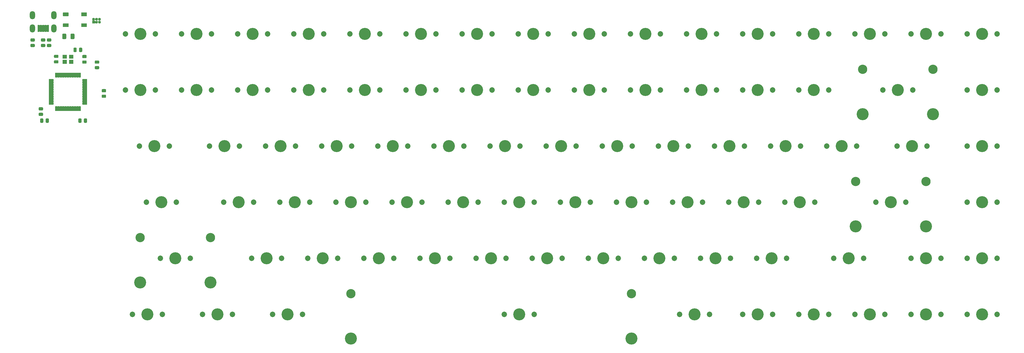
<source format=gbr>
G04 #@! TF.GenerationSoftware,KiCad,Pcbnew,(5.99.0-1615-g0042cd509)*
G04 #@! TF.CreationDate,2020-05-31T21:08:37-05:00*
G04 #@! TF.ProjectId,my-keyboard,6d792d6b-6579-4626-9f61-72642e6b6963,rev?*
G04 #@! TF.SameCoordinates,Original*
G04 #@! TF.FileFunction,Soldermask,Top*
G04 #@! TF.FilePolarity,Negative*
%FSLAX46Y46*%
G04 Gerber Fmt 4.6, Leading zero omitted, Abs format (unit mm)*
G04 Created by KiCad (PCBNEW (5.99.0-1615-g0042cd509)) date 2020-05-31 21:08:37*
%MOMM*%
%LPD*%
G01*
G04 APERTURE LIST*
%ADD10C,1.852000*%
%ADD11C,4.089800*%
%ADD12C,3.150000*%
%ADD13O,0.952000X0.952000*%
%ADD14O,1.802000X2.802000*%
G04 APERTURE END LIST*
G36*
G01*
X57430250Y-116144500D02*
X58393750Y-116144500D01*
G75*
G02*
X58663000Y-116413750I0J-269250D01*
G01*
X58663000Y-116952250D01*
G75*
G02*
X58393750Y-117221500I-269250J0D01*
G01*
X57430250Y-117221500D01*
G75*
G02*
X57161000Y-116952250I0J269250D01*
G01*
X57161000Y-116413750D01*
G75*
G02*
X57430250Y-116144500I269250J0D01*
G01*
G37*
G36*
G01*
X57430250Y-114269500D02*
X58393750Y-114269500D01*
G75*
G02*
X58663000Y-114538750I0J-269250D01*
G01*
X58663000Y-115077250D01*
G75*
G02*
X58393750Y-115346500I-269250J0D01*
G01*
X57430250Y-115346500D01*
G75*
G02*
X57161000Y-115077250I0J269250D01*
G01*
X57161000Y-114538750D01*
G75*
G02*
X57430250Y-114269500I269250J0D01*
G01*
G37*
G36*
G01*
X55398250Y-116142750D02*
X56361750Y-116142750D01*
G75*
G02*
X56631000Y-116412000I0J-269250D01*
G01*
X56631000Y-116950500D01*
G75*
G02*
X56361750Y-117219750I-269250J0D01*
G01*
X55398250Y-117219750D01*
G75*
G02*
X55129000Y-116950500I0J269250D01*
G01*
X55129000Y-116412000D01*
G75*
G02*
X55398250Y-116142750I269250J0D01*
G01*
G37*
G36*
G01*
X55398250Y-114267750D02*
X56361750Y-114267750D01*
G75*
G02*
X56631000Y-114537000I0J-269250D01*
G01*
X56631000Y-115075500D01*
G75*
G02*
X56361750Y-115344750I-269250J0D01*
G01*
X55398250Y-115344750D01*
G75*
G02*
X55129000Y-115075500I0J269250D01*
G01*
X55129000Y-114537000D01*
G75*
G02*
X55398250Y-114267750I269250J0D01*
G01*
G37*
D10*
X334486250Y-188912500D03*
X324326250Y-188912500D03*
D11*
X329406250Y-188912500D03*
X112744250Y-197167500D03*
X88868250Y-197167500D03*
D12*
X112744250Y-181927500D03*
X88868250Y-181927500D03*
D10*
X105886250Y-188912500D03*
X95726250Y-188912500D03*
D11*
X100806250Y-188912500D03*
X355631750Y-178117500D03*
X331755750Y-178117500D03*
D12*
X355631750Y-162877500D03*
X331755750Y-162877500D03*
D10*
X348773750Y-169862500D03*
X338613750Y-169862500D03*
D11*
X343693750Y-169862500D03*
D10*
X101123750Y-169862500D03*
X90963750Y-169862500D03*
D11*
X96043750Y-169862500D03*
D10*
X355917500Y-150812500D03*
X345757500Y-150812500D03*
D11*
X350837500Y-150812500D03*
D10*
X98742500Y-150812500D03*
X88582500Y-150812500D03*
D11*
X93662500Y-150812500D03*
X358013000Y-140017500D03*
X334137000Y-140017500D03*
D12*
X358013000Y-124777500D03*
X334137000Y-124777500D03*
D10*
X351155000Y-131762500D03*
X340995000Y-131762500D03*
D11*
X346075000Y-131762500D03*
D10*
X282098750Y-207962500D03*
X271938750Y-207962500D03*
D11*
X277018750Y-207962500D03*
D10*
X143986250Y-207962500D03*
X133826250Y-207962500D03*
D11*
X138906250Y-207962500D03*
D10*
X120173750Y-207962500D03*
X110013750Y-207962500D03*
D11*
X115093750Y-207962500D03*
D10*
X96361250Y-207962500D03*
X86201250Y-207962500D03*
D11*
X91281250Y-207962500D03*
X255587500Y-216217500D03*
X160337500Y-216217500D03*
D12*
X255587500Y-200977500D03*
X160337500Y-200977500D03*
D10*
X222567500Y-207962500D03*
X212407500Y-207962500D03*
D11*
X217487500Y-207962500D03*
D10*
X265430000Y-112712500D03*
X255270000Y-112712500D03*
D11*
X260350000Y-112712500D03*
D10*
X246380000Y-112712500D03*
X236220000Y-112712500D03*
D11*
X241300000Y-112712500D03*
D10*
X227330000Y-112712500D03*
X217170000Y-112712500D03*
D11*
X222250000Y-112712500D03*
D10*
X208280000Y-112712500D03*
X198120000Y-112712500D03*
D11*
X203200000Y-112712500D03*
D10*
X379730000Y-207962500D03*
X369570000Y-207962500D03*
D11*
X374650000Y-207962500D03*
D10*
X360680000Y-207962500D03*
X350520000Y-207962500D03*
D11*
X355600000Y-207962500D03*
D10*
X341630000Y-207962500D03*
X331470000Y-207962500D03*
D11*
X336550000Y-207962500D03*
D10*
X322580000Y-207962500D03*
X312420000Y-207962500D03*
D11*
X317500000Y-207962500D03*
D10*
X303530000Y-207962500D03*
X293370000Y-207962500D03*
D11*
X298450000Y-207962500D03*
D10*
X379730000Y-188912500D03*
X369570000Y-188912500D03*
D11*
X374650000Y-188912500D03*
D10*
X360680000Y-188912500D03*
X350520000Y-188912500D03*
D11*
X355600000Y-188912500D03*
D10*
X308292500Y-188912500D03*
X298132500Y-188912500D03*
D11*
X303212500Y-188912500D03*
D10*
X289242500Y-188912500D03*
X279082500Y-188912500D03*
D11*
X284162500Y-188912500D03*
D10*
X270192500Y-188912500D03*
X260032500Y-188912500D03*
D11*
X265112500Y-188912500D03*
D10*
X251142500Y-188912500D03*
X240982500Y-188912500D03*
D11*
X246062500Y-188912500D03*
D10*
X232092500Y-188912500D03*
X221932500Y-188912500D03*
D11*
X227012500Y-188912500D03*
D10*
X213042500Y-188912500D03*
X202882500Y-188912500D03*
D11*
X207962500Y-188912500D03*
D10*
X193992500Y-188912500D03*
X183832500Y-188912500D03*
D11*
X188912500Y-188912500D03*
D10*
X174942500Y-188912500D03*
X164782500Y-188912500D03*
D11*
X169862500Y-188912500D03*
D10*
X155892500Y-188912500D03*
X145732500Y-188912500D03*
D11*
X150812500Y-188912500D03*
D10*
X136842500Y-188912500D03*
X126682500Y-188912500D03*
D11*
X131762500Y-188912500D03*
D10*
X379730000Y-169862500D03*
X369570000Y-169862500D03*
D11*
X374650000Y-169862500D03*
D10*
X317817500Y-169862500D03*
X307657500Y-169862500D03*
D11*
X312737500Y-169862500D03*
D10*
X298767500Y-169862500D03*
X288607500Y-169862500D03*
D11*
X293687500Y-169862500D03*
D10*
X279717500Y-169862500D03*
X269557500Y-169862500D03*
D11*
X274637500Y-169862500D03*
D10*
X260667500Y-169862500D03*
X250507500Y-169862500D03*
D11*
X255587500Y-169862500D03*
D10*
X241617500Y-169862500D03*
X231457500Y-169862500D03*
D11*
X236537500Y-169862500D03*
D10*
X222567500Y-169862500D03*
X212407500Y-169862500D03*
D11*
X217487500Y-169862500D03*
D10*
X203517500Y-169862500D03*
X193357500Y-169862500D03*
D11*
X198437500Y-169862500D03*
D10*
X184467500Y-169862500D03*
X174307500Y-169862500D03*
D11*
X179387500Y-169862500D03*
D10*
X165417500Y-169862500D03*
X155257500Y-169862500D03*
D11*
X160337500Y-169862500D03*
D10*
X146367500Y-169862500D03*
X136207500Y-169862500D03*
D11*
X141287500Y-169862500D03*
D10*
X127317500Y-169862500D03*
X117157500Y-169862500D03*
D11*
X122237500Y-169862500D03*
D10*
X379730000Y-150843750D03*
X369570000Y-150843750D03*
D11*
X374650000Y-150843750D03*
D10*
X332105000Y-150812500D03*
X321945000Y-150812500D03*
D11*
X327025000Y-150812500D03*
D10*
X313055000Y-150812500D03*
X302895000Y-150812500D03*
D11*
X307975000Y-150812500D03*
D10*
X294005000Y-150812500D03*
X283845000Y-150812500D03*
D11*
X288925000Y-150812500D03*
D10*
X274955000Y-150812500D03*
X264795000Y-150812500D03*
D11*
X269875000Y-150812500D03*
D10*
X255905000Y-150812500D03*
X245745000Y-150812500D03*
D11*
X250825000Y-150812500D03*
D10*
X236855000Y-150812500D03*
X226695000Y-150812500D03*
D11*
X231775000Y-150812500D03*
D10*
X217805000Y-150812500D03*
X207645000Y-150812500D03*
D11*
X212725000Y-150812500D03*
D10*
X198755000Y-150812500D03*
X188595000Y-150812500D03*
D11*
X193675000Y-150812500D03*
D10*
X179705000Y-150812500D03*
X169545000Y-150812500D03*
D11*
X174625000Y-150812500D03*
D10*
X160655000Y-150812500D03*
X150495000Y-150812500D03*
D11*
X155575000Y-150812500D03*
D10*
X141605000Y-150812500D03*
X131445000Y-150812500D03*
D11*
X136525000Y-150812500D03*
D10*
X122555000Y-150812500D03*
X112395000Y-150812500D03*
D11*
X117475000Y-150812500D03*
D10*
X379730000Y-112712500D03*
X369570000Y-112712500D03*
D11*
X374650000Y-112712500D03*
D10*
X360680000Y-112712500D03*
X350520000Y-112712500D03*
D11*
X355600000Y-112712500D03*
D10*
X341630000Y-112712500D03*
X331470000Y-112712500D03*
D11*
X336550000Y-112712500D03*
D10*
X322580000Y-112712500D03*
X312420000Y-112712500D03*
D11*
X317500000Y-112712500D03*
D10*
X303530000Y-112712500D03*
X293370000Y-112712500D03*
D11*
X298450000Y-112712500D03*
D10*
X284480000Y-112712500D03*
X274320000Y-112712500D03*
D11*
X279400000Y-112712500D03*
D10*
X379730000Y-131762500D03*
X369570000Y-131762500D03*
D11*
X374650000Y-131762500D03*
D10*
X322580000Y-131762500D03*
X312420000Y-131762500D03*
D11*
X317500000Y-131762500D03*
D10*
X303530000Y-131762500D03*
X293370000Y-131762500D03*
D11*
X298450000Y-131762500D03*
D10*
X284480000Y-131762500D03*
X274320000Y-131762500D03*
D11*
X279400000Y-131762500D03*
D10*
X265430000Y-131762500D03*
X255270000Y-131762500D03*
D11*
X260350000Y-131762500D03*
D10*
X246380000Y-131762500D03*
X236220000Y-131762500D03*
D11*
X241300000Y-131762500D03*
D10*
X227330000Y-131762500D03*
X217170000Y-131762500D03*
D11*
X222250000Y-131762500D03*
D10*
X208280000Y-131762500D03*
X198120000Y-131762500D03*
D11*
X203200000Y-131762500D03*
D10*
X189230000Y-131762500D03*
X179070000Y-131762500D03*
D11*
X184150000Y-131762500D03*
D10*
X170180000Y-131762500D03*
X160020000Y-131762500D03*
D11*
X165100000Y-131762500D03*
D10*
X151130000Y-131762500D03*
X140970000Y-131762500D03*
D11*
X146050000Y-131762500D03*
D10*
X132080000Y-131762500D03*
X121920000Y-131762500D03*
D11*
X127000000Y-131762500D03*
D10*
X189230000Y-112712500D03*
X179070000Y-112712500D03*
D11*
X184150000Y-112712500D03*
D10*
X170180000Y-112712500D03*
X160020000Y-112712500D03*
D11*
X165100000Y-112712500D03*
D10*
X151130000Y-112712500D03*
X140970000Y-112712500D03*
D11*
X146050000Y-112712500D03*
D10*
X132080000Y-112712500D03*
X121920000Y-112712500D03*
D11*
X127000000Y-112712500D03*
D13*
X75025000Y-107743750D03*
X75025000Y-108743750D03*
X74025000Y-107743750D03*
X74025000Y-108743750D03*
X73025000Y-107743750D03*
G36*
G01*
X73450000Y-109219750D02*
X72600000Y-109219750D01*
G75*
G02*
X72549000Y-109168750I0J51000D01*
G01*
X72549000Y-108318750D01*
G75*
G02*
X72600000Y-108267750I51000J0D01*
G01*
X73450000Y-108267750D01*
G75*
G02*
X73501000Y-108318750I0J-51000D01*
G01*
X73501000Y-109168750D01*
G75*
G02*
X73450000Y-109219750I-51000J0D01*
G01*
G37*
G36*
G01*
X62474500Y-121115251D02*
X62474500Y-119915249D01*
G75*
G02*
X62525499Y-119864250I50999J0D01*
G01*
X63925501Y-119864250D01*
G75*
G02*
X63976500Y-119915249I0J-50999D01*
G01*
X63976500Y-121115251D01*
G75*
G02*
X63925501Y-121166250I-50999J0D01*
G01*
X62525499Y-121166250D01*
G75*
G02*
X62474500Y-121115251I0J50999D01*
G01*
G37*
G36*
G01*
X64674500Y-121115251D02*
X64674500Y-119915249D01*
G75*
G02*
X64725499Y-119864250I50999J0D01*
G01*
X66125501Y-119864250D01*
G75*
G02*
X66176500Y-119915249I0J-50999D01*
G01*
X66176500Y-121115251D01*
G75*
G02*
X66125501Y-121166250I-50999J0D01*
G01*
X64725499Y-121166250D01*
G75*
G02*
X64674500Y-121115251I0J50999D01*
G01*
G37*
G36*
G01*
X64674500Y-122815251D02*
X64674500Y-121615249D01*
G75*
G02*
X64725499Y-121564250I50999J0D01*
G01*
X66125501Y-121564250D01*
G75*
G02*
X66176500Y-121615249I0J-50999D01*
G01*
X66176500Y-122815251D01*
G75*
G02*
X66125501Y-122866250I-50999J0D01*
G01*
X64725499Y-122866250D01*
G75*
G02*
X64674500Y-122815251I0J50999D01*
G01*
G37*
G36*
G01*
X62474500Y-122815251D02*
X62474500Y-121615249D01*
G75*
G02*
X62525499Y-121564250I50999J0D01*
G01*
X63925501Y-121564250D01*
G75*
G02*
X63976500Y-121615249I0J-50999D01*
G01*
X63976500Y-122815251D01*
G75*
G02*
X63925501Y-122866250I-50999J0D01*
G01*
X62525499Y-122866250D01*
G75*
G02*
X62474500Y-122815251I0J50999D01*
G01*
G37*
D14*
X59561750Y-106362500D03*
X52261750Y-106362500D03*
X52261750Y-110862500D03*
X59561750Y-110862500D03*
G36*
G01*
X57261750Y-109686500D02*
X57761750Y-109686500D01*
G75*
G02*
X57812750Y-109737500I0J-51000D01*
G01*
X57812750Y-111987500D01*
G75*
G02*
X57761750Y-112038500I-51000J0D01*
G01*
X57261750Y-112038500D01*
G75*
G02*
X57210750Y-111987500I0J51000D01*
G01*
X57210750Y-109737500D01*
G75*
G02*
X57261750Y-109686500I51000J0D01*
G01*
G37*
G36*
G01*
X56461750Y-109686500D02*
X56961750Y-109686500D01*
G75*
G02*
X57012750Y-109737500I0J-51000D01*
G01*
X57012750Y-111987500D01*
G75*
G02*
X56961750Y-112038500I-51000J0D01*
G01*
X56461750Y-112038500D01*
G75*
G02*
X56410750Y-111987500I0J51000D01*
G01*
X56410750Y-109737500D01*
G75*
G02*
X56461750Y-109686500I51000J0D01*
G01*
G37*
G36*
G01*
X55661750Y-109686500D02*
X56161750Y-109686500D01*
G75*
G02*
X56212750Y-109737500I0J-51000D01*
G01*
X56212750Y-111987500D01*
G75*
G02*
X56161750Y-112038500I-51000J0D01*
G01*
X55661750Y-112038500D01*
G75*
G02*
X55610750Y-111987500I0J51000D01*
G01*
X55610750Y-109737500D01*
G75*
G02*
X55661750Y-109686500I51000J0D01*
G01*
G37*
G36*
G01*
X54861750Y-109686500D02*
X55361750Y-109686500D01*
G75*
G02*
X55412750Y-109737500I0J-51000D01*
G01*
X55412750Y-111987500D01*
G75*
G02*
X55361750Y-112038500I-51000J0D01*
G01*
X54861750Y-112038500D01*
G75*
G02*
X54810750Y-111987500I0J51000D01*
G01*
X54810750Y-109737500D01*
G75*
G02*
X54861750Y-109686500I51000J0D01*
G01*
G37*
G36*
G01*
X54061750Y-109686500D02*
X54561750Y-109686500D01*
G75*
G02*
X54612750Y-109737500I0J-51000D01*
G01*
X54612750Y-111987500D01*
G75*
G02*
X54561750Y-112038500I-51000J0D01*
G01*
X54061750Y-112038500D01*
G75*
G02*
X54010750Y-111987500I0J51000D01*
G01*
X54010750Y-109737500D01*
G75*
G02*
X54061750Y-109686500I51000J0D01*
G01*
G37*
G36*
G01*
X68050500Y-137328250D02*
X68600500Y-137328250D01*
G75*
G02*
X68651500Y-137379250I0J-51000D01*
G01*
X68651500Y-138879250D01*
G75*
G02*
X68600500Y-138930250I-51000J0D01*
G01*
X68050500Y-138930250D01*
G75*
G02*
X67999500Y-138879250I0J51000D01*
G01*
X67999500Y-137379250D01*
G75*
G02*
X68050500Y-137328250I51000J0D01*
G01*
G37*
G36*
G01*
X67250500Y-137328250D02*
X67800500Y-137328250D01*
G75*
G02*
X67851500Y-137379250I0J-51000D01*
G01*
X67851500Y-138879250D01*
G75*
G02*
X67800500Y-138930250I-51000J0D01*
G01*
X67250500Y-138930250D01*
G75*
G02*
X67199500Y-138879250I0J51000D01*
G01*
X67199500Y-137379250D01*
G75*
G02*
X67250500Y-137328250I51000J0D01*
G01*
G37*
G36*
G01*
X66450500Y-137328250D02*
X67000500Y-137328250D01*
G75*
G02*
X67051500Y-137379250I0J-51000D01*
G01*
X67051500Y-138879250D01*
G75*
G02*
X67000500Y-138930250I-51000J0D01*
G01*
X66450500Y-138930250D01*
G75*
G02*
X66399500Y-138879250I0J51000D01*
G01*
X66399500Y-137379250D01*
G75*
G02*
X66450500Y-137328250I51000J0D01*
G01*
G37*
G36*
G01*
X65650500Y-137328250D02*
X66200500Y-137328250D01*
G75*
G02*
X66251500Y-137379250I0J-51000D01*
G01*
X66251500Y-138879250D01*
G75*
G02*
X66200500Y-138930250I-51000J0D01*
G01*
X65650500Y-138930250D01*
G75*
G02*
X65599500Y-138879250I0J51000D01*
G01*
X65599500Y-137379250D01*
G75*
G02*
X65650500Y-137328250I51000J0D01*
G01*
G37*
G36*
G01*
X64850500Y-137328250D02*
X65400500Y-137328250D01*
G75*
G02*
X65451500Y-137379250I0J-51000D01*
G01*
X65451500Y-138879250D01*
G75*
G02*
X65400500Y-138930250I-51000J0D01*
G01*
X64850500Y-138930250D01*
G75*
G02*
X64799500Y-138879250I0J51000D01*
G01*
X64799500Y-137379250D01*
G75*
G02*
X64850500Y-137328250I51000J0D01*
G01*
G37*
G36*
G01*
X64050500Y-137328250D02*
X64600500Y-137328250D01*
G75*
G02*
X64651500Y-137379250I0J-51000D01*
G01*
X64651500Y-138879250D01*
G75*
G02*
X64600500Y-138930250I-51000J0D01*
G01*
X64050500Y-138930250D01*
G75*
G02*
X63999500Y-138879250I0J51000D01*
G01*
X63999500Y-137379250D01*
G75*
G02*
X64050500Y-137328250I51000J0D01*
G01*
G37*
G36*
G01*
X63250500Y-137328250D02*
X63800500Y-137328250D01*
G75*
G02*
X63851500Y-137379250I0J-51000D01*
G01*
X63851500Y-138879250D01*
G75*
G02*
X63800500Y-138930250I-51000J0D01*
G01*
X63250500Y-138930250D01*
G75*
G02*
X63199500Y-138879250I0J51000D01*
G01*
X63199500Y-137379250D01*
G75*
G02*
X63250500Y-137328250I51000J0D01*
G01*
G37*
G36*
G01*
X62450500Y-137328250D02*
X63000500Y-137328250D01*
G75*
G02*
X63051500Y-137379250I0J-51000D01*
G01*
X63051500Y-138879250D01*
G75*
G02*
X63000500Y-138930250I-51000J0D01*
G01*
X62450500Y-138930250D01*
G75*
G02*
X62399500Y-138879250I0J51000D01*
G01*
X62399500Y-137379250D01*
G75*
G02*
X62450500Y-137328250I51000J0D01*
G01*
G37*
G36*
G01*
X61650500Y-137328250D02*
X62200500Y-137328250D01*
G75*
G02*
X62251500Y-137379250I0J-51000D01*
G01*
X62251500Y-138879250D01*
G75*
G02*
X62200500Y-138930250I-51000J0D01*
G01*
X61650500Y-138930250D01*
G75*
G02*
X61599500Y-138879250I0J51000D01*
G01*
X61599500Y-137379250D01*
G75*
G02*
X61650500Y-137328250I51000J0D01*
G01*
G37*
G36*
G01*
X60850500Y-137328250D02*
X61400500Y-137328250D01*
G75*
G02*
X61451500Y-137379250I0J-51000D01*
G01*
X61451500Y-138879250D01*
G75*
G02*
X61400500Y-138930250I-51000J0D01*
G01*
X60850500Y-138930250D01*
G75*
G02*
X60799500Y-138879250I0J51000D01*
G01*
X60799500Y-137379250D01*
G75*
G02*
X60850500Y-137328250I51000J0D01*
G01*
G37*
G36*
G01*
X60050500Y-137328250D02*
X60600500Y-137328250D01*
G75*
G02*
X60651500Y-137379250I0J-51000D01*
G01*
X60651500Y-138879250D01*
G75*
G02*
X60600500Y-138930250I-51000J0D01*
G01*
X60050500Y-138930250D01*
G75*
G02*
X59999500Y-138879250I0J51000D01*
G01*
X59999500Y-137379250D01*
G75*
G02*
X60050500Y-137328250I51000J0D01*
G01*
G37*
G36*
G01*
X59426500Y-136154250D02*
X59426500Y-136704250D01*
G75*
G02*
X59375500Y-136755250I-51000J0D01*
G01*
X57875500Y-136755250D01*
G75*
G02*
X57824500Y-136704250I0J51000D01*
G01*
X57824500Y-136154250D01*
G75*
G02*
X57875500Y-136103250I51000J0D01*
G01*
X59375500Y-136103250D01*
G75*
G02*
X59426500Y-136154250I0J-51000D01*
G01*
G37*
G36*
G01*
X59426500Y-135354250D02*
X59426500Y-135904250D01*
G75*
G02*
X59375500Y-135955250I-51000J0D01*
G01*
X57875500Y-135955250D01*
G75*
G02*
X57824500Y-135904250I0J51000D01*
G01*
X57824500Y-135354250D01*
G75*
G02*
X57875500Y-135303250I51000J0D01*
G01*
X59375500Y-135303250D01*
G75*
G02*
X59426500Y-135354250I0J-51000D01*
G01*
G37*
G36*
G01*
X59426500Y-134554250D02*
X59426500Y-135104250D01*
G75*
G02*
X59375500Y-135155250I-51000J0D01*
G01*
X57875500Y-135155250D01*
G75*
G02*
X57824500Y-135104250I0J51000D01*
G01*
X57824500Y-134554250D01*
G75*
G02*
X57875500Y-134503250I51000J0D01*
G01*
X59375500Y-134503250D01*
G75*
G02*
X59426500Y-134554250I0J-51000D01*
G01*
G37*
G36*
G01*
X59426500Y-133754250D02*
X59426500Y-134304250D01*
G75*
G02*
X59375500Y-134355250I-51000J0D01*
G01*
X57875500Y-134355250D01*
G75*
G02*
X57824500Y-134304250I0J51000D01*
G01*
X57824500Y-133754250D01*
G75*
G02*
X57875500Y-133703250I51000J0D01*
G01*
X59375500Y-133703250D01*
G75*
G02*
X59426500Y-133754250I0J-51000D01*
G01*
G37*
G36*
G01*
X59426500Y-132954250D02*
X59426500Y-133504250D01*
G75*
G02*
X59375500Y-133555250I-51000J0D01*
G01*
X57875500Y-133555250D01*
G75*
G02*
X57824500Y-133504250I0J51000D01*
G01*
X57824500Y-132954250D01*
G75*
G02*
X57875500Y-132903250I51000J0D01*
G01*
X59375500Y-132903250D01*
G75*
G02*
X59426500Y-132954250I0J-51000D01*
G01*
G37*
G36*
G01*
X59426500Y-132154250D02*
X59426500Y-132704250D01*
G75*
G02*
X59375500Y-132755250I-51000J0D01*
G01*
X57875500Y-132755250D01*
G75*
G02*
X57824500Y-132704250I0J51000D01*
G01*
X57824500Y-132154250D01*
G75*
G02*
X57875500Y-132103250I51000J0D01*
G01*
X59375500Y-132103250D01*
G75*
G02*
X59426500Y-132154250I0J-51000D01*
G01*
G37*
G36*
G01*
X59426500Y-131354250D02*
X59426500Y-131904250D01*
G75*
G02*
X59375500Y-131955250I-51000J0D01*
G01*
X57875500Y-131955250D01*
G75*
G02*
X57824500Y-131904250I0J51000D01*
G01*
X57824500Y-131354250D01*
G75*
G02*
X57875500Y-131303250I51000J0D01*
G01*
X59375500Y-131303250D01*
G75*
G02*
X59426500Y-131354250I0J-51000D01*
G01*
G37*
G36*
G01*
X59426500Y-130554250D02*
X59426500Y-131104250D01*
G75*
G02*
X59375500Y-131155250I-51000J0D01*
G01*
X57875500Y-131155250D01*
G75*
G02*
X57824500Y-131104250I0J51000D01*
G01*
X57824500Y-130554250D01*
G75*
G02*
X57875500Y-130503250I51000J0D01*
G01*
X59375500Y-130503250D01*
G75*
G02*
X59426500Y-130554250I0J-51000D01*
G01*
G37*
G36*
G01*
X59426500Y-129754250D02*
X59426500Y-130304250D01*
G75*
G02*
X59375500Y-130355250I-51000J0D01*
G01*
X57875500Y-130355250D01*
G75*
G02*
X57824500Y-130304250I0J51000D01*
G01*
X57824500Y-129754250D01*
G75*
G02*
X57875500Y-129703250I51000J0D01*
G01*
X59375500Y-129703250D01*
G75*
G02*
X59426500Y-129754250I0J-51000D01*
G01*
G37*
G36*
G01*
X59426500Y-128954250D02*
X59426500Y-129504250D01*
G75*
G02*
X59375500Y-129555250I-51000J0D01*
G01*
X57875500Y-129555250D01*
G75*
G02*
X57824500Y-129504250I0J51000D01*
G01*
X57824500Y-128954250D01*
G75*
G02*
X57875500Y-128903250I51000J0D01*
G01*
X59375500Y-128903250D01*
G75*
G02*
X59426500Y-128954250I0J-51000D01*
G01*
G37*
G36*
G01*
X59426500Y-128154250D02*
X59426500Y-128704250D01*
G75*
G02*
X59375500Y-128755250I-51000J0D01*
G01*
X57875500Y-128755250D01*
G75*
G02*
X57824500Y-128704250I0J51000D01*
G01*
X57824500Y-128154250D01*
G75*
G02*
X57875500Y-128103250I51000J0D01*
G01*
X59375500Y-128103250D01*
G75*
G02*
X59426500Y-128154250I0J-51000D01*
G01*
G37*
G36*
G01*
X60050500Y-125928250D02*
X60600500Y-125928250D01*
G75*
G02*
X60651500Y-125979250I0J-51000D01*
G01*
X60651500Y-127479250D01*
G75*
G02*
X60600500Y-127530250I-51000J0D01*
G01*
X60050500Y-127530250D01*
G75*
G02*
X59999500Y-127479250I0J51000D01*
G01*
X59999500Y-125979250D01*
G75*
G02*
X60050500Y-125928250I51000J0D01*
G01*
G37*
G36*
G01*
X60850500Y-125928250D02*
X61400500Y-125928250D01*
G75*
G02*
X61451500Y-125979250I0J-51000D01*
G01*
X61451500Y-127479250D01*
G75*
G02*
X61400500Y-127530250I-51000J0D01*
G01*
X60850500Y-127530250D01*
G75*
G02*
X60799500Y-127479250I0J51000D01*
G01*
X60799500Y-125979250D01*
G75*
G02*
X60850500Y-125928250I51000J0D01*
G01*
G37*
G36*
G01*
X61650500Y-125928250D02*
X62200500Y-125928250D01*
G75*
G02*
X62251500Y-125979250I0J-51000D01*
G01*
X62251500Y-127479250D01*
G75*
G02*
X62200500Y-127530250I-51000J0D01*
G01*
X61650500Y-127530250D01*
G75*
G02*
X61599500Y-127479250I0J51000D01*
G01*
X61599500Y-125979250D01*
G75*
G02*
X61650500Y-125928250I51000J0D01*
G01*
G37*
G36*
G01*
X62450500Y-125928250D02*
X63000500Y-125928250D01*
G75*
G02*
X63051500Y-125979250I0J-51000D01*
G01*
X63051500Y-127479250D01*
G75*
G02*
X63000500Y-127530250I-51000J0D01*
G01*
X62450500Y-127530250D01*
G75*
G02*
X62399500Y-127479250I0J51000D01*
G01*
X62399500Y-125979250D01*
G75*
G02*
X62450500Y-125928250I51000J0D01*
G01*
G37*
G36*
G01*
X63250500Y-125928250D02*
X63800500Y-125928250D01*
G75*
G02*
X63851500Y-125979250I0J-51000D01*
G01*
X63851500Y-127479250D01*
G75*
G02*
X63800500Y-127530250I-51000J0D01*
G01*
X63250500Y-127530250D01*
G75*
G02*
X63199500Y-127479250I0J51000D01*
G01*
X63199500Y-125979250D01*
G75*
G02*
X63250500Y-125928250I51000J0D01*
G01*
G37*
G36*
G01*
X64050500Y-125928250D02*
X64600500Y-125928250D01*
G75*
G02*
X64651500Y-125979250I0J-51000D01*
G01*
X64651500Y-127479250D01*
G75*
G02*
X64600500Y-127530250I-51000J0D01*
G01*
X64050500Y-127530250D01*
G75*
G02*
X63999500Y-127479250I0J51000D01*
G01*
X63999500Y-125979250D01*
G75*
G02*
X64050500Y-125928250I51000J0D01*
G01*
G37*
G36*
G01*
X64850500Y-125928250D02*
X65400500Y-125928250D01*
G75*
G02*
X65451500Y-125979250I0J-51000D01*
G01*
X65451500Y-127479250D01*
G75*
G02*
X65400500Y-127530250I-51000J0D01*
G01*
X64850500Y-127530250D01*
G75*
G02*
X64799500Y-127479250I0J51000D01*
G01*
X64799500Y-125979250D01*
G75*
G02*
X64850500Y-125928250I51000J0D01*
G01*
G37*
G36*
G01*
X65650500Y-125928250D02*
X66200500Y-125928250D01*
G75*
G02*
X66251500Y-125979250I0J-51000D01*
G01*
X66251500Y-127479250D01*
G75*
G02*
X66200500Y-127530250I-51000J0D01*
G01*
X65650500Y-127530250D01*
G75*
G02*
X65599500Y-127479250I0J51000D01*
G01*
X65599500Y-125979250D01*
G75*
G02*
X65650500Y-125928250I51000J0D01*
G01*
G37*
G36*
G01*
X66450500Y-125928250D02*
X67000500Y-125928250D01*
G75*
G02*
X67051500Y-125979250I0J-51000D01*
G01*
X67051500Y-127479250D01*
G75*
G02*
X67000500Y-127530250I-51000J0D01*
G01*
X66450500Y-127530250D01*
G75*
G02*
X66399500Y-127479250I0J51000D01*
G01*
X66399500Y-125979250D01*
G75*
G02*
X66450500Y-125928250I51000J0D01*
G01*
G37*
G36*
G01*
X67250500Y-125928250D02*
X67800500Y-125928250D01*
G75*
G02*
X67851500Y-125979250I0J-51000D01*
G01*
X67851500Y-127479250D01*
G75*
G02*
X67800500Y-127530250I-51000J0D01*
G01*
X67250500Y-127530250D01*
G75*
G02*
X67199500Y-127479250I0J51000D01*
G01*
X67199500Y-125979250D01*
G75*
G02*
X67250500Y-125928250I51000J0D01*
G01*
G37*
G36*
G01*
X68050500Y-125928250D02*
X68600500Y-125928250D01*
G75*
G02*
X68651500Y-125979250I0J-51000D01*
G01*
X68651500Y-127479250D01*
G75*
G02*
X68600500Y-127530250I-51000J0D01*
G01*
X68050500Y-127530250D01*
G75*
G02*
X67999500Y-127479250I0J51000D01*
G01*
X67999500Y-125979250D01*
G75*
G02*
X68050500Y-125928250I51000J0D01*
G01*
G37*
G36*
G01*
X70826500Y-128154250D02*
X70826500Y-128704250D01*
G75*
G02*
X70775500Y-128755250I-51000J0D01*
G01*
X69275500Y-128755250D01*
G75*
G02*
X69224500Y-128704250I0J51000D01*
G01*
X69224500Y-128154250D01*
G75*
G02*
X69275500Y-128103250I51000J0D01*
G01*
X70775500Y-128103250D01*
G75*
G02*
X70826500Y-128154250I0J-51000D01*
G01*
G37*
G36*
G01*
X70826500Y-128954250D02*
X70826500Y-129504250D01*
G75*
G02*
X70775500Y-129555250I-51000J0D01*
G01*
X69275500Y-129555250D01*
G75*
G02*
X69224500Y-129504250I0J51000D01*
G01*
X69224500Y-128954250D01*
G75*
G02*
X69275500Y-128903250I51000J0D01*
G01*
X70775500Y-128903250D01*
G75*
G02*
X70826500Y-128954250I0J-51000D01*
G01*
G37*
G36*
G01*
X70826500Y-129754250D02*
X70826500Y-130304250D01*
G75*
G02*
X70775500Y-130355250I-51000J0D01*
G01*
X69275500Y-130355250D01*
G75*
G02*
X69224500Y-130304250I0J51000D01*
G01*
X69224500Y-129754250D01*
G75*
G02*
X69275500Y-129703250I51000J0D01*
G01*
X70775500Y-129703250D01*
G75*
G02*
X70826500Y-129754250I0J-51000D01*
G01*
G37*
G36*
G01*
X70826500Y-130554250D02*
X70826500Y-131104250D01*
G75*
G02*
X70775500Y-131155250I-51000J0D01*
G01*
X69275500Y-131155250D01*
G75*
G02*
X69224500Y-131104250I0J51000D01*
G01*
X69224500Y-130554250D01*
G75*
G02*
X69275500Y-130503250I51000J0D01*
G01*
X70775500Y-130503250D01*
G75*
G02*
X70826500Y-130554250I0J-51000D01*
G01*
G37*
G36*
G01*
X70826500Y-131354250D02*
X70826500Y-131904250D01*
G75*
G02*
X70775500Y-131955250I-51000J0D01*
G01*
X69275500Y-131955250D01*
G75*
G02*
X69224500Y-131904250I0J51000D01*
G01*
X69224500Y-131354250D01*
G75*
G02*
X69275500Y-131303250I51000J0D01*
G01*
X70775500Y-131303250D01*
G75*
G02*
X70826500Y-131354250I0J-51000D01*
G01*
G37*
G36*
G01*
X70826500Y-132154250D02*
X70826500Y-132704250D01*
G75*
G02*
X70775500Y-132755250I-51000J0D01*
G01*
X69275500Y-132755250D01*
G75*
G02*
X69224500Y-132704250I0J51000D01*
G01*
X69224500Y-132154250D01*
G75*
G02*
X69275500Y-132103250I51000J0D01*
G01*
X70775500Y-132103250D01*
G75*
G02*
X70826500Y-132154250I0J-51000D01*
G01*
G37*
G36*
G01*
X70826500Y-132954250D02*
X70826500Y-133504250D01*
G75*
G02*
X70775500Y-133555250I-51000J0D01*
G01*
X69275500Y-133555250D01*
G75*
G02*
X69224500Y-133504250I0J51000D01*
G01*
X69224500Y-132954250D01*
G75*
G02*
X69275500Y-132903250I51000J0D01*
G01*
X70775500Y-132903250D01*
G75*
G02*
X70826500Y-132954250I0J-51000D01*
G01*
G37*
G36*
G01*
X70826500Y-133754250D02*
X70826500Y-134304250D01*
G75*
G02*
X70775500Y-134355250I-51000J0D01*
G01*
X69275500Y-134355250D01*
G75*
G02*
X69224500Y-134304250I0J51000D01*
G01*
X69224500Y-133754250D01*
G75*
G02*
X69275500Y-133703250I51000J0D01*
G01*
X70775500Y-133703250D01*
G75*
G02*
X70826500Y-133754250I0J-51000D01*
G01*
G37*
G36*
G01*
X70826500Y-134554250D02*
X70826500Y-135104250D01*
G75*
G02*
X70775500Y-135155250I-51000J0D01*
G01*
X69275500Y-135155250D01*
G75*
G02*
X69224500Y-135104250I0J51000D01*
G01*
X69224500Y-134554250D01*
G75*
G02*
X69275500Y-134503250I51000J0D01*
G01*
X70775500Y-134503250D01*
G75*
G02*
X70826500Y-134554250I0J-51000D01*
G01*
G37*
G36*
G01*
X70826500Y-135354250D02*
X70826500Y-135904250D01*
G75*
G02*
X70775500Y-135955250I-51000J0D01*
G01*
X69275500Y-135955250D01*
G75*
G02*
X69224500Y-135904250I0J51000D01*
G01*
X69224500Y-135354250D01*
G75*
G02*
X69275500Y-135303250I51000J0D01*
G01*
X70775500Y-135303250D01*
G75*
G02*
X70826500Y-135354250I0J-51000D01*
G01*
G37*
G36*
G01*
X70826500Y-136154250D02*
X70826500Y-136704250D01*
G75*
G02*
X70775500Y-136755250I-51000J0D01*
G01*
X69275500Y-136755250D01*
G75*
G02*
X69224500Y-136704250I0J51000D01*
G01*
X69224500Y-136154250D01*
G75*
G02*
X69275500Y-136103250I51000J0D01*
G01*
X70775500Y-136103250D01*
G75*
G02*
X70826500Y-136154250I0J-51000D01*
G01*
G37*
G36*
G01*
X70726000Y-105550000D02*
X70726000Y-106650000D01*
G75*
G02*
X70675000Y-106701000I-51000J0D01*
G01*
X68875000Y-106701000D01*
G75*
G02*
X68824000Y-106650000I0J51000D01*
G01*
X68824000Y-105550000D01*
G75*
G02*
X68875000Y-105499000I51000J0D01*
G01*
X70675000Y-105499000D01*
G75*
G02*
X70726000Y-105550000I0J-51000D01*
G01*
G37*
G36*
G01*
X64526000Y-109250000D02*
X64526000Y-110350000D01*
G75*
G02*
X64475000Y-110401000I-51000J0D01*
G01*
X62675000Y-110401000D01*
G75*
G02*
X62624000Y-110350000I0J51000D01*
G01*
X62624000Y-109250000D01*
G75*
G02*
X62675000Y-109199000I51000J0D01*
G01*
X64475000Y-109199000D01*
G75*
G02*
X64526000Y-109250000I0J-51000D01*
G01*
G37*
G36*
G01*
X70726000Y-109250000D02*
X70726000Y-110350000D01*
G75*
G02*
X70675000Y-110401000I-51000J0D01*
G01*
X68875000Y-110401000D01*
G75*
G02*
X68824000Y-110350000I0J51000D01*
G01*
X68824000Y-109250000D01*
G75*
G02*
X68875000Y-109199000I51000J0D01*
G01*
X70675000Y-109199000D01*
G75*
G02*
X70726000Y-109250000I0J-51000D01*
G01*
G37*
G36*
G01*
X64526000Y-105550000D02*
X64526000Y-106650000D01*
G75*
G02*
X64475000Y-106701000I-51000J0D01*
G01*
X62675000Y-106701000D01*
G75*
G02*
X62624000Y-106650000I0J51000D01*
G01*
X62624000Y-105550000D01*
G75*
G02*
X62675000Y-105499000I51000J0D01*
G01*
X64475000Y-105499000D01*
G75*
G02*
X64526000Y-105550000I0J-51000D01*
G01*
G37*
G36*
G01*
X54636250Y-139529250D02*
X55599750Y-139529250D01*
G75*
G02*
X55869000Y-139798500I0J-269250D01*
G01*
X55869000Y-140337000D01*
G75*
G02*
X55599750Y-140606250I-269250J0D01*
G01*
X54636250Y-140606250D01*
G75*
G02*
X54367000Y-140337000I0J269250D01*
G01*
X54367000Y-139798500D01*
G75*
G02*
X54636250Y-139529250I269250J0D01*
G01*
G37*
G36*
G01*
X54636250Y-137654250D02*
X55599750Y-137654250D01*
G75*
G02*
X55869000Y-137923500I0J-269250D01*
G01*
X55869000Y-138462000D01*
G75*
G02*
X55599750Y-138731250I-269250J0D01*
G01*
X54636250Y-138731250D01*
G75*
G02*
X54367000Y-138462000I0J269250D01*
G01*
X54367000Y-137923500D01*
G75*
G02*
X54636250Y-137654250I269250J0D01*
G01*
G37*
G36*
G01*
X73686250Y-123654250D02*
X74649750Y-123654250D01*
G75*
G02*
X74919000Y-123923500I0J-269250D01*
G01*
X74919000Y-124462000D01*
G75*
G02*
X74649750Y-124731250I-269250J0D01*
G01*
X73686250Y-124731250D01*
G75*
G02*
X73417000Y-124462000I0J269250D01*
G01*
X73417000Y-123923500D01*
G75*
G02*
X73686250Y-123654250I269250J0D01*
G01*
G37*
G36*
G01*
X73686250Y-121779250D02*
X74649750Y-121779250D01*
G75*
G02*
X74919000Y-122048500I0J-269250D01*
G01*
X74919000Y-122587000D01*
G75*
G02*
X74649750Y-122856250I-269250J0D01*
G01*
X73686250Y-122856250D01*
G75*
G02*
X73417000Y-122587000I0J269250D01*
G01*
X73417000Y-122048500D01*
G75*
G02*
X73686250Y-121779250I269250J0D01*
G01*
G37*
D10*
X113030000Y-131762500D03*
X102870000Y-131762500D03*
D11*
X107950000Y-131762500D03*
D10*
X113030000Y-112712500D03*
X102870000Y-112712500D03*
D11*
X107950000Y-112712500D03*
D10*
X93980000Y-131762500D03*
X83820000Y-131762500D03*
D11*
X88900000Y-131762500D03*
D10*
X93980000Y-112712500D03*
X83820000Y-112712500D03*
D11*
X88900000Y-112712500D03*
G36*
G01*
X65179500Y-114242100D02*
X65179500Y-112930900D01*
G75*
G02*
X65449900Y-112660500I270400J0D01*
G01*
X66261100Y-112660500D01*
G75*
G02*
X66531500Y-112930900I0J-270400D01*
G01*
X66531500Y-114242100D01*
G75*
G02*
X66261100Y-114512500I-270400J0D01*
G01*
X65449900Y-114512500D01*
G75*
G02*
X65179500Y-114242100I0J270400D01*
G01*
G37*
G36*
G01*
X62379500Y-114242100D02*
X62379500Y-112930900D01*
G75*
G02*
X62649900Y-112660500I270400J0D01*
G01*
X63461100Y-112660500D01*
G75*
G02*
X63731500Y-112930900I0J-270400D01*
G01*
X63731500Y-114242100D01*
G75*
G02*
X63461100Y-114512500I-270400J0D01*
G01*
X62649900Y-114512500D01*
G75*
G02*
X62379500Y-114242100I0J270400D01*
G01*
G37*
G36*
G01*
X76035750Y-133369750D02*
X76999250Y-133369750D01*
G75*
G02*
X77268500Y-133639000I0J-269250D01*
G01*
X77268500Y-134177500D01*
G75*
G02*
X76999250Y-134446750I-269250J0D01*
G01*
X76035750Y-134446750D01*
G75*
G02*
X75766500Y-134177500I0J269250D01*
G01*
X75766500Y-133639000D01*
G75*
G02*
X76035750Y-133369750I269250J0D01*
G01*
G37*
G36*
G01*
X76035750Y-131494750D02*
X76999250Y-131494750D01*
G75*
G02*
X77268500Y-131764000I0J-269250D01*
G01*
X77268500Y-132302500D01*
G75*
G02*
X76999250Y-132571750I-269250J0D01*
G01*
X76035750Y-132571750D01*
G75*
G02*
X75766500Y-132302500I0J269250D01*
G01*
X75766500Y-131764000D01*
G75*
G02*
X76035750Y-131494750I269250J0D01*
G01*
G37*
G36*
G01*
X67275250Y-117676000D02*
X67275250Y-118639500D01*
G75*
G02*
X67006000Y-118908750I-269250J0D01*
G01*
X66467500Y-118908750D01*
G75*
G02*
X66198250Y-118639500I0J269250D01*
G01*
X66198250Y-117676000D01*
G75*
G02*
X66467500Y-117406750I269250J0D01*
G01*
X67006000Y-117406750D01*
G75*
G02*
X67275250Y-117676000I0J-269250D01*
G01*
G37*
G36*
G01*
X69150250Y-117676000D02*
X69150250Y-118639500D01*
G75*
G02*
X68881000Y-118908750I-269250J0D01*
G01*
X68342500Y-118908750D01*
G75*
G02*
X68073250Y-118639500I0J269250D01*
G01*
X68073250Y-117676000D01*
G75*
G02*
X68342500Y-117406750I269250J0D01*
G01*
X68881000Y-117406750D01*
G75*
G02*
X69150250Y-117676000I0J-269250D01*
G01*
G37*
G36*
G01*
X59843250Y-121699000D02*
X60806750Y-121699000D01*
G75*
G02*
X61076000Y-121968250I0J-269250D01*
G01*
X61076000Y-122506750D01*
G75*
G02*
X60806750Y-122776000I-269250J0D01*
G01*
X59843250Y-122776000D01*
G75*
G02*
X59574000Y-122506750I0J269250D01*
G01*
X59574000Y-121968250D01*
G75*
G02*
X59843250Y-121699000I269250J0D01*
G01*
G37*
G36*
G01*
X59843250Y-119824000D02*
X60806750Y-119824000D01*
G75*
G02*
X61076000Y-120093250I0J-269250D01*
G01*
X61076000Y-120631750D01*
G75*
G02*
X60806750Y-120901000I-269250J0D01*
G01*
X59843250Y-120901000D01*
G75*
G02*
X59574000Y-120631750I0J269250D01*
G01*
X59574000Y-120093250D01*
G75*
G02*
X59843250Y-119824000I269250J0D01*
G01*
G37*
G36*
G01*
X68928000Y-141711500D02*
X68928000Y-142675000D01*
G75*
G02*
X68658750Y-142944250I-269250J0D01*
G01*
X68120250Y-142944250D01*
G75*
G02*
X67851000Y-142675000I0J269250D01*
G01*
X67851000Y-141711500D01*
G75*
G02*
X68120250Y-141442250I269250J0D01*
G01*
X68658750Y-141442250D01*
G75*
G02*
X68928000Y-141711500I0J-269250D01*
G01*
G37*
G36*
G01*
X70803000Y-141711500D02*
X70803000Y-142675000D01*
G75*
G02*
X70533750Y-142944250I-269250J0D01*
G01*
X69995250Y-142944250D01*
G75*
G02*
X69726000Y-142675000I0J269250D01*
G01*
X69726000Y-141711500D01*
G75*
G02*
X69995250Y-141442250I269250J0D01*
G01*
X70533750Y-141442250D01*
G75*
G02*
X70803000Y-141711500I0J-269250D01*
G01*
G37*
G36*
G01*
X55957250Y-141711500D02*
X55957250Y-142675000D01*
G75*
G02*
X55688000Y-142944250I-269250J0D01*
G01*
X55149500Y-142944250D01*
G75*
G02*
X54880250Y-142675000I0J269250D01*
G01*
X54880250Y-141711500D01*
G75*
G02*
X55149500Y-141442250I269250J0D01*
G01*
X55688000Y-141442250D01*
G75*
G02*
X55957250Y-141711500I0J-269250D01*
G01*
G37*
G36*
G01*
X57832250Y-141711500D02*
X57832250Y-142675000D01*
G75*
G02*
X57563000Y-142944250I-269250J0D01*
G01*
X57024500Y-142944250D01*
G75*
G02*
X56755250Y-142675000I0J269250D01*
G01*
X56755250Y-141711500D01*
G75*
G02*
X57024500Y-141442250I269250J0D01*
G01*
X57563000Y-141442250D01*
G75*
G02*
X57832250Y-141711500I0J-269250D01*
G01*
G37*
G36*
G01*
X70395250Y-120966250D02*
X69431750Y-120966250D01*
G75*
G02*
X69162500Y-120697000I0J269250D01*
G01*
X69162500Y-120158500D01*
G75*
G02*
X69431750Y-119889250I269250J0D01*
G01*
X70395250Y-119889250D01*
G75*
G02*
X70664500Y-120158500I0J-269250D01*
G01*
X70664500Y-120697000D01*
G75*
G02*
X70395250Y-120966250I-269250J0D01*
G01*
G37*
G36*
G01*
X70395250Y-122841250D02*
X69431750Y-122841250D01*
G75*
G02*
X69162500Y-122572000I0J269250D01*
G01*
X69162500Y-122033500D01*
G75*
G02*
X69431750Y-121764250I269250J0D01*
G01*
X70395250Y-121764250D01*
G75*
G02*
X70664500Y-122033500I0J-269250D01*
G01*
X70664500Y-122572000D01*
G75*
G02*
X70395250Y-122841250I-269250J0D01*
G01*
G37*
G36*
G01*
X52805750Y-115346500D02*
X51842250Y-115346500D01*
G75*
G02*
X51573000Y-115077250I0J269250D01*
G01*
X51573000Y-114538750D01*
G75*
G02*
X51842250Y-114269500I269250J0D01*
G01*
X52805750Y-114269500D01*
G75*
G02*
X53075000Y-114538750I0J-269250D01*
G01*
X53075000Y-115077250D01*
G75*
G02*
X52805750Y-115346500I-269250J0D01*
G01*
G37*
G36*
G01*
X52805750Y-117221500D02*
X51842250Y-117221500D01*
G75*
G02*
X51573000Y-116952250I0J269250D01*
G01*
X51573000Y-116413750D01*
G75*
G02*
X51842250Y-116144500I269250J0D01*
G01*
X52805750Y-116144500D01*
G75*
G02*
X53075000Y-116413750I0J-269250D01*
G01*
X53075000Y-116952250D01*
G75*
G02*
X52805750Y-117221500I-269250J0D01*
G01*
G37*
G36*
X60641160Y-137346743D02*
G01*
X60654952Y-137355959D01*
X60655486Y-137355160D01*
X60657280Y-137354275D01*
X60658468Y-137354767D01*
X60671139Y-137365878D01*
X60733550Y-137378288D01*
X60793869Y-137357807D01*
X60794911Y-137356765D01*
X60795214Y-137356516D01*
X60809840Y-137346743D01*
X60811836Y-137346612D01*
X60812947Y-137348275D01*
X60812614Y-137349517D01*
X60805267Y-137360512D01*
X60801500Y-137379449D01*
X60801500Y-138879051D01*
X60805267Y-138897988D01*
X60812614Y-138908983D01*
X60812745Y-138910979D01*
X60811082Y-138912090D01*
X60809840Y-138911757D01*
X60796048Y-138902541D01*
X60795514Y-138903340D01*
X60793720Y-138904225D01*
X60792532Y-138903733D01*
X60779861Y-138892622D01*
X60717450Y-138880212D01*
X60657131Y-138900693D01*
X60656089Y-138901735D01*
X60655786Y-138901984D01*
X60641160Y-138911757D01*
X60639164Y-138911888D01*
X60638053Y-138910225D01*
X60638386Y-138908983D01*
X60645733Y-138897988D01*
X60649500Y-138879051D01*
X60649500Y-137379449D01*
X60645733Y-137360512D01*
X60638386Y-137349517D01*
X60638255Y-137347521D01*
X60639918Y-137346410D01*
X60641160Y-137346743D01*
G37*
G36*
X61441160Y-137346743D02*
G01*
X61454952Y-137355959D01*
X61455486Y-137355160D01*
X61457280Y-137354275D01*
X61458468Y-137354767D01*
X61471139Y-137365878D01*
X61533550Y-137378288D01*
X61593869Y-137357807D01*
X61594911Y-137356765D01*
X61595214Y-137356516D01*
X61609840Y-137346743D01*
X61611836Y-137346612D01*
X61612947Y-137348275D01*
X61612614Y-137349517D01*
X61605267Y-137360512D01*
X61601500Y-137379449D01*
X61601500Y-138879051D01*
X61605267Y-138897988D01*
X61612614Y-138908983D01*
X61612745Y-138910979D01*
X61611082Y-138912090D01*
X61609840Y-138911757D01*
X61596048Y-138902541D01*
X61595514Y-138903340D01*
X61593720Y-138904225D01*
X61592532Y-138903733D01*
X61579861Y-138892622D01*
X61517450Y-138880212D01*
X61457131Y-138900693D01*
X61456089Y-138901735D01*
X61455786Y-138901984D01*
X61441160Y-138911757D01*
X61439164Y-138911888D01*
X61438053Y-138910225D01*
X61438386Y-138908983D01*
X61445733Y-138897988D01*
X61449500Y-138879051D01*
X61449500Y-137379449D01*
X61445733Y-137360512D01*
X61438386Y-137349517D01*
X61438255Y-137347521D01*
X61439918Y-137346410D01*
X61441160Y-137346743D01*
G37*
G36*
X62241160Y-137346743D02*
G01*
X62254952Y-137355959D01*
X62255486Y-137355160D01*
X62257280Y-137354275D01*
X62258468Y-137354767D01*
X62271139Y-137365878D01*
X62333550Y-137378288D01*
X62393869Y-137357807D01*
X62394911Y-137356765D01*
X62395214Y-137356516D01*
X62409840Y-137346743D01*
X62411836Y-137346612D01*
X62412947Y-137348275D01*
X62412614Y-137349517D01*
X62405267Y-137360512D01*
X62401500Y-137379449D01*
X62401500Y-138879051D01*
X62405267Y-138897988D01*
X62412614Y-138908983D01*
X62412745Y-138910979D01*
X62411082Y-138912090D01*
X62409840Y-138911757D01*
X62396048Y-138902541D01*
X62395514Y-138903340D01*
X62393720Y-138904225D01*
X62392532Y-138903733D01*
X62379861Y-138892622D01*
X62317450Y-138880212D01*
X62257131Y-138900693D01*
X62256089Y-138901735D01*
X62255786Y-138901984D01*
X62241160Y-138911757D01*
X62239164Y-138911888D01*
X62238053Y-138910225D01*
X62238386Y-138908983D01*
X62245733Y-138897988D01*
X62249500Y-138879051D01*
X62249500Y-137379449D01*
X62245733Y-137360512D01*
X62238386Y-137349517D01*
X62238255Y-137347521D01*
X62239918Y-137346410D01*
X62241160Y-137346743D01*
G37*
G36*
X63041160Y-137346743D02*
G01*
X63054952Y-137355959D01*
X63055486Y-137355160D01*
X63057280Y-137354275D01*
X63058468Y-137354767D01*
X63071139Y-137365878D01*
X63133550Y-137378288D01*
X63193869Y-137357807D01*
X63194911Y-137356765D01*
X63195214Y-137356516D01*
X63209840Y-137346743D01*
X63211836Y-137346612D01*
X63212947Y-137348275D01*
X63212614Y-137349517D01*
X63205267Y-137360512D01*
X63201500Y-137379449D01*
X63201500Y-138879051D01*
X63205267Y-138897988D01*
X63212614Y-138908983D01*
X63212745Y-138910979D01*
X63211082Y-138912090D01*
X63209840Y-138911757D01*
X63196048Y-138902541D01*
X63195514Y-138903340D01*
X63193720Y-138904225D01*
X63192532Y-138903733D01*
X63179861Y-138892622D01*
X63117450Y-138880212D01*
X63057131Y-138900693D01*
X63056089Y-138901735D01*
X63055786Y-138901984D01*
X63041160Y-138911757D01*
X63039164Y-138911888D01*
X63038053Y-138910225D01*
X63038386Y-138908983D01*
X63045733Y-138897988D01*
X63049500Y-138879051D01*
X63049500Y-137379449D01*
X63045733Y-137360512D01*
X63038386Y-137349517D01*
X63038255Y-137347521D01*
X63039918Y-137346410D01*
X63041160Y-137346743D01*
G37*
G36*
X63841160Y-137346743D02*
G01*
X63854952Y-137355959D01*
X63855486Y-137355160D01*
X63857280Y-137354275D01*
X63858468Y-137354767D01*
X63871139Y-137365878D01*
X63933550Y-137378288D01*
X63993869Y-137357807D01*
X63994911Y-137356765D01*
X63995214Y-137356516D01*
X64009840Y-137346743D01*
X64011836Y-137346612D01*
X64012947Y-137348275D01*
X64012614Y-137349517D01*
X64005267Y-137360512D01*
X64001500Y-137379449D01*
X64001500Y-138879051D01*
X64005267Y-138897988D01*
X64012614Y-138908983D01*
X64012745Y-138910979D01*
X64011082Y-138912090D01*
X64009840Y-138911757D01*
X63996048Y-138902541D01*
X63995514Y-138903340D01*
X63993720Y-138904225D01*
X63992532Y-138903733D01*
X63979861Y-138892622D01*
X63917450Y-138880212D01*
X63857131Y-138900693D01*
X63856089Y-138901735D01*
X63855786Y-138901984D01*
X63841160Y-138911757D01*
X63839164Y-138911888D01*
X63838053Y-138910225D01*
X63838386Y-138908983D01*
X63845733Y-138897988D01*
X63849500Y-138879051D01*
X63849500Y-137379449D01*
X63845733Y-137360512D01*
X63838386Y-137349517D01*
X63838255Y-137347521D01*
X63839918Y-137346410D01*
X63841160Y-137346743D01*
G37*
G36*
X64641160Y-137346743D02*
G01*
X64654952Y-137355959D01*
X64655486Y-137355160D01*
X64657280Y-137354275D01*
X64658468Y-137354767D01*
X64671139Y-137365878D01*
X64733550Y-137378288D01*
X64793869Y-137357807D01*
X64794911Y-137356765D01*
X64795214Y-137356516D01*
X64809840Y-137346743D01*
X64811836Y-137346612D01*
X64812947Y-137348275D01*
X64812614Y-137349517D01*
X64805267Y-137360512D01*
X64801500Y-137379449D01*
X64801500Y-138879051D01*
X64805267Y-138897988D01*
X64812614Y-138908983D01*
X64812745Y-138910979D01*
X64811082Y-138912090D01*
X64809840Y-138911757D01*
X64796048Y-138902541D01*
X64795514Y-138903340D01*
X64793720Y-138904225D01*
X64792532Y-138903733D01*
X64779861Y-138892622D01*
X64717450Y-138880212D01*
X64657131Y-138900693D01*
X64656089Y-138901735D01*
X64655786Y-138901984D01*
X64641160Y-138911757D01*
X64639164Y-138911888D01*
X64638053Y-138910225D01*
X64638386Y-138908983D01*
X64645733Y-138897988D01*
X64649500Y-138879051D01*
X64649500Y-137379449D01*
X64645733Y-137360512D01*
X64638386Y-137349517D01*
X64638255Y-137347521D01*
X64639918Y-137346410D01*
X64641160Y-137346743D01*
G37*
G36*
X65441160Y-137346743D02*
G01*
X65454952Y-137355959D01*
X65455486Y-137355160D01*
X65457280Y-137354275D01*
X65458468Y-137354767D01*
X65471139Y-137365878D01*
X65533550Y-137378288D01*
X65593869Y-137357807D01*
X65594911Y-137356765D01*
X65595214Y-137356516D01*
X65609840Y-137346743D01*
X65611836Y-137346612D01*
X65612947Y-137348275D01*
X65612614Y-137349517D01*
X65605267Y-137360512D01*
X65601500Y-137379449D01*
X65601500Y-138879051D01*
X65605267Y-138897988D01*
X65612614Y-138908983D01*
X65612745Y-138910979D01*
X65611082Y-138912090D01*
X65609840Y-138911757D01*
X65596048Y-138902541D01*
X65595514Y-138903340D01*
X65593720Y-138904225D01*
X65592532Y-138903733D01*
X65579861Y-138892622D01*
X65517450Y-138880212D01*
X65457131Y-138900693D01*
X65456089Y-138901735D01*
X65455786Y-138901984D01*
X65441160Y-138911757D01*
X65439164Y-138911888D01*
X65438053Y-138910225D01*
X65438386Y-138908983D01*
X65445733Y-138897988D01*
X65449500Y-138879051D01*
X65449500Y-137379449D01*
X65445733Y-137360512D01*
X65438386Y-137349517D01*
X65438255Y-137347521D01*
X65439918Y-137346410D01*
X65441160Y-137346743D01*
G37*
G36*
X66241160Y-137346743D02*
G01*
X66254952Y-137355959D01*
X66255486Y-137355160D01*
X66257280Y-137354275D01*
X66258468Y-137354767D01*
X66271139Y-137365878D01*
X66333550Y-137378288D01*
X66393869Y-137357807D01*
X66394911Y-137356765D01*
X66395214Y-137356516D01*
X66409840Y-137346743D01*
X66411836Y-137346612D01*
X66412947Y-137348275D01*
X66412614Y-137349517D01*
X66405267Y-137360512D01*
X66401500Y-137379449D01*
X66401500Y-138879051D01*
X66405267Y-138897988D01*
X66412614Y-138908983D01*
X66412745Y-138910979D01*
X66411082Y-138912090D01*
X66409840Y-138911757D01*
X66396048Y-138902541D01*
X66395514Y-138903340D01*
X66393720Y-138904225D01*
X66392532Y-138903733D01*
X66379861Y-138892622D01*
X66317450Y-138880212D01*
X66257131Y-138900693D01*
X66256089Y-138901735D01*
X66255786Y-138901984D01*
X66241160Y-138911757D01*
X66239164Y-138911888D01*
X66238053Y-138910225D01*
X66238386Y-138908983D01*
X66245733Y-138897988D01*
X66249500Y-138879051D01*
X66249500Y-137379449D01*
X66245733Y-137360512D01*
X66238386Y-137349517D01*
X66238255Y-137347521D01*
X66239918Y-137346410D01*
X66241160Y-137346743D01*
G37*
G36*
X67041160Y-137346743D02*
G01*
X67054952Y-137355959D01*
X67055486Y-137355160D01*
X67057280Y-137354275D01*
X67058468Y-137354767D01*
X67071139Y-137365878D01*
X67133550Y-137378288D01*
X67193869Y-137357807D01*
X67194911Y-137356765D01*
X67195214Y-137356516D01*
X67209840Y-137346743D01*
X67211836Y-137346612D01*
X67212947Y-137348275D01*
X67212614Y-137349517D01*
X67205267Y-137360512D01*
X67201500Y-137379449D01*
X67201500Y-138879051D01*
X67205267Y-138897988D01*
X67212614Y-138908983D01*
X67212745Y-138910979D01*
X67211082Y-138912090D01*
X67209840Y-138911757D01*
X67196048Y-138902541D01*
X67195514Y-138903340D01*
X67193720Y-138904225D01*
X67192532Y-138903733D01*
X67179861Y-138892622D01*
X67117450Y-138880212D01*
X67057131Y-138900693D01*
X67056089Y-138901735D01*
X67055786Y-138901984D01*
X67041160Y-138911757D01*
X67039164Y-138911888D01*
X67038053Y-138910225D01*
X67038386Y-138908983D01*
X67045733Y-138897988D01*
X67049500Y-138879051D01*
X67049500Y-137379449D01*
X67045733Y-137360512D01*
X67038386Y-137349517D01*
X67038255Y-137347521D01*
X67039918Y-137346410D01*
X67041160Y-137346743D01*
G37*
G36*
X67841160Y-137346743D02*
G01*
X67854952Y-137355959D01*
X67855486Y-137355160D01*
X67857280Y-137354275D01*
X67858468Y-137354767D01*
X67871139Y-137365878D01*
X67933550Y-137378288D01*
X67993869Y-137357807D01*
X67994911Y-137356765D01*
X67995214Y-137356516D01*
X68009840Y-137346743D01*
X68011836Y-137346612D01*
X68012947Y-137348275D01*
X68012614Y-137349517D01*
X68005267Y-137360512D01*
X68001500Y-137379449D01*
X68001500Y-138879051D01*
X68005267Y-138897988D01*
X68012614Y-138908983D01*
X68012745Y-138910979D01*
X68011082Y-138912090D01*
X68009840Y-138911757D01*
X67996048Y-138902541D01*
X67995514Y-138903340D01*
X67993720Y-138904225D01*
X67992532Y-138903733D01*
X67979861Y-138892622D01*
X67917450Y-138880212D01*
X67857131Y-138900693D01*
X67856089Y-138901735D01*
X67855786Y-138901984D01*
X67841160Y-138911757D01*
X67839164Y-138911888D01*
X67838053Y-138910225D01*
X67838386Y-138908983D01*
X67845733Y-138897988D01*
X67849500Y-138879051D01*
X67849500Y-137379449D01*
X67845733Y-137360512D01*
X67838386Y-137349517D01*
X67838255Y-137347521D01*
X67839918Y-137346410D01*
X67841160Y-137346743D01*
G37*
G36*
X69245767Y-135942136D02*
G01*
X69256762Y-135949483D01*
X69275699Y-135953250D01*
X70775301Y-135953250D01*
X70794238Y-135949483D01*
X70805233Y-135942136D01*
X70807229Y-135942005D01*
X70808340Y-135943668D01*
X70808007Y-135944910D01*
X70798791Y-135958702D01*
X70799590Y-135959236D01*
X70800475Y-135961030D01*
X70799983Y-135962218D01*
X70788872Y-135974889D01*
X70776462Y-136037300D01*
X70796943Y-136097619D01*
X70797985Y-136098661D01*
X70798234Y-136098964D01*
X70808007Y-136113590D01*
X70808138Y-136115586D01*
X70806475Y-136116697D01*
X70805233Y-136116364D01*
X70794238Y-136109017D01*
X70775301Y-136105250D01*
X69275699Y-136105250D01*
X69256762Y-136109017D01*
X69245767Y-136116364D01*
X69243771Y-136116495D01*
X69242660Y-136114832D01*
X69242993Y-136113590D01*
X69252209Y-136099798D01*
X69251410Y-136099264D01*
X69250525Y-136097470D01*
X69251017Y-136096282D01*
X69262128Y-136083611D01*
X69274538Y-136021200D01*
X69254057Y-135960881D01*
X69253015Y-135959839D01*
X69252766Y-135959536D01*
X69242993Y-135944910D01*
X69242862Y-135942914D01*
X69244525Y-135941803D01*
X69245767Y-135942136D01*
G37*
G36*
X57845767Y-135942136D02*
G01*
X57856762Y-135949483D01*
X57875699Y-135953250D01*
X59375301Y-135953250D01*
X59394238Y-135949483D01*
X59405233Y-135942136D01*
X59407229Y-135942005D01*
X59408340Y-135943668D01*
X59408007Y-135944910D01*
X59398791Y-135958702D01*
X59399590Y-135959236D01*
X59400475Y-135961030D01*
X59399983Y-135962218D01*
X59388872Y-135974889D01*
X59376462Y-136037300D01*
X59396943Y-136097619D01*
X59397985Y-136098661D01*
X59398234Y-136098964D01*
X59408007Y-136113590D01*
X59408138Y-136115586D01*
X59406475Y-136116697D01*
X59405233Y-136116364D01*
X59394238Y-136109017D01*
X59375301Y-136105250D01*
X57875699Y-136105250D01*
X57856762Y-136109017D01*
X57845767Y-136116364D01*
X57843771Y-136116495D01*
X57842660Y-136114832D01*
X57842993Y-136113590D01*
X57852209Y-136099798D01*
X57851410Y-136099264D01*
X57850525Y-136097470D01*
X57851017Y-136096282D01*
X57862128Y-136083611D01*
X57874538Y-136021200D01*
X57854057Y-135960881D01*
X57853015Y-135959839D01*
X57852766Y-135959536D01*
X57842993Y-135944910D01*
X57842862Y-135942914D01*
X57844525Y-135941803D01*
X57845767Y-135942136D01*
G37*
G36*
X57845767Y-135142136D02*
G01*
X57856762Y-135149483D01*
X57875699Y-135153250D01*
X59375301Y-135153250D01*
X59394238Y-135149483D01*
X59405233Y-135142136D01*
X59407229Y-135142005D01*
X59408340Y-135143668D01*
X59408007Y-135144910D01*
X59398791Y-135158702D01*
X59399590Y-135159236D01*
X59400475Y-135161030D01*
X59399983Y-135162218D01*
X59388872Y-135174889D01*
X59376462Y-135237300D01*
X59396943Y-135297619D01*
X59397985Y-135298661D01*
X59398234Y-135298964D01*
X59408007Y-135313590D01*
X59408138Y-135315586D01*
X59406475Y-135316697D01*
X59405233Y-135316364D01*
X59394238Y-135309017D01*
X59375301Y-135305250D01*
X57875699Y-135305250D01*
X57856762Y-135309017D01*
X57845767Y-135316364D01*
X57843771Y-135316495D01*
X57842660Y-135314832D01*
X57842993Y-135313590D01*
X57852209Y-135299798D01*
X57851410Y-135299264D01*
X57850525Y-135297470D01*
X57851017Y-135296282D01*
X57862128Y-135283611D01*
X57874538Y-135221200D01*
X57854057Y-135160881D01*
X57853015Y-135159839D01*
X57852766Y-135159536D01*
X57842993Y-135144910D01*
X57842862Y-135142914D01*
X57844525Y-135141803D01*
X57845767Y-135142136D01*
G37*
G36*
X69245767Y-135142136D02*
G01*
X69256762Y-135149483D01*
X69275699Y-135153250D01*
X70775301Y-135153250D01*
X70794238Y-135149483D01*
X70805233Y-135142136D01*
X70807229Y-135142005D01*
X70808340Y-135143668D01*
X70808007Y-135144910D01*
X70798791Y-135158702D01*
X70799590Y-135159236D01*
X70800475Y-135161030D01*
X70799983Y-135162218D01*
X70788872Y-135174889D01*
X70776462Y-135237300D01*
X70796943Y-135297619D01*
X70797985Y-135298661D01*
X70798234Y-135298964D01*
X70808007Y-135313590D01*
X70808138Y-135315586D01*
X70806475Y-135316697D01*
X70805233Y-135316364D01*
X70794238Y-135309017D01*
X70775301Y-135305250D01*
X69275699Y-135305250D01*
X69256762Y-135309017D01*
X69245767Y-135316364D01*
X69243771Y-135316495D01*
X69242660Y-135314832D01*
X69242993Y-135313590D01*
X69252209Y-135299798D01*
X69251410Y-135299264D01*
X69250525Y-135297470D01*
X69251017Y-135296282D01*
X69262128Y-135283611D01*
X69274538Y-135221200D01*
X69254057Y-135160881D01*
X69253015Y-135159839D01*
X69252766Y-135159536D01*
X69242993Y-135144910D01*
X69242862Y-135142914D01*
X69244525Y-135141803D01*
X69245767Y-135142136D01*
G37*
G36*
X57845767Y-134342136D02*
G01*
X57856762Y-134349483D01*
X57875699Y-134353250D01*
X59375301Y-134353250D01*
X59394238Y-134349483D01*
X59405233Y-134342136D01*
X59407229Y-134342005D01*
X59408340Y-134343668D01*
X59408007Y-134344910D01*
X59398791Y-134358702D01*
X59399590Y-134359236D01*
X59400475Y-134361030D01*
X59399983Y-134362218D01*
X59388872Y-134374889D01*
X59376462Y-134437300D01*
X59396943Y-134497619D01*
X59397985Y-134498661D01*
X59398234Y-134498964D01*
X59408007Y-134513590D01*
X59408138Y-134515586D01*
X59406475Y-134516697D01*
X59405233Y-134516364D01*
X59394238Y-134509017D01*
X59375301Y-134505250D01*
X57875699Y-134505250D01*
X57856762Y-134509017D01*
X57845767Y-134516364D01*
X57843771Y-134516495D01*
X57842660Y-134514832D01*
X57842993Y-134513590D01*
X57852209Y-134499798D01*
X57851410Y-134499264D01*
X57850525Y-134497470D01*
X57851017Y-134496282D01*
X57862128Y-134483611D01*
X57874538Y-134421200D01*
X57854057Y-134360881D01*
X57853015Y-134359839D01*
X57852766Y-134359536D01*
X57842993Y-134344910D01*
X57842862Y-134342914D01*
X57844525Y-134341803D01*
X57845767Y-134342136D01*
G37*
G36*
X69245767Y-134342136D02*
G01*
X69256762Y-134349483D01*
X69275699Y-134353250D01*
X70775301Y-134353250D01*
X70794238Y-134349483D01*
X70805233Y-134342136D01*
X70807229Y-134342005D01*
X70808340Y-134343668D01*
X70808007Y-134344910D01*
X70798791Y-134358702D01*
X70799590Y-134359236D01*
X70800475Y-134361030D01*
X70799983Y-134362218D01*
X70788872Y-134374889D01*
X70776462Y-134437300D01*
X70796943Y-134497619D01*
X70797985Y-134498661D01*
X70798234Y-134498964D01*
X70808007Y-134513590D01*
X70808138Y-134515586D01*
X70806475Y-134516697D01*
X70805233Y-134516364D01*
X70794238Y-134509017D01*
X70775301Y-134505250D01*
X69275699Y-134505250D01*
X69256762Y-134509017D01*
X69245767Y-134516364D01*
X69243771Y-134516495D01*
X69242660Y-134514832D01*
X69242993Y-134513590D01*
X69252209Y-134499798D01*
X69251410Y-134499264D01*
X69250525Y-134497470D01*
X69251017Y-134496282D01*
X69262128Y-134483611D01*
X69274538Y-134421200D01*
X69254057Y-134360881D01*
X69253015Y-134359839D01*
X69252766Y-134359536D01*
X69242993Y-134344910D01*
X69242862Y-134342914D01*
X69244525Y-134341803D01*
X69245767Y-134342136D01*
G37*
G36*
X57845767Y-133542136D02*
G01*
X57856762Y-133549483D01*
X57875699Y-133553250D01*
X59375301Y-133553250D01*
X59394238Y-133549483D01*
X59405233Y-133542136D01*
X59407229Y-133542005D01*
X59408340Y-133543668D01*
X59408007Y-133544910D01*
X59398791Y-133558702D01*
X59399590Y-133559236D01*
X59400475Y-133561030D01*
X59399983Y-133562218D01*
X59388872Y-133574889D01*
X59376462Y-133637300D01*
X59396943Y-133697619D01*
X59397985Y-133698661D01*
X59398234Y-133698964D01*
X59408007Y-133713590D01*
X59408138Y-133715586D01*
X59406475Y-133716697D01*
X59405233Y-133716364D01*
X59394238Y-133709017D01*
X59375301Y-133705250D01*
X57875699Y-133705250D01*
X57856762Y-133709017D01*
X57845767Y-133716364D01*
X57843771Y-133716495D01*
X57842660Y-133714832D01*
X57842993Y-133713590D01*
X57852209Y-133699798D01*
X57851410Y-133699264D01*
X57850525Y-133697470D01*
X57851017Y-133696282D01*
X57862128Y-133683611D01*
X57874538Y-133621200D01*
X57854057Y-133560881D01*
X57853015Y-133559839D01*
X57852766Y-133559536D01*
X57842993Y-133544910D01*
X57842862Y-133542914D01*
X57844525Y-133541803D01*
X57845767Y-133542136D01*
G37*
G36*
X69245767Y-133542136D02*
G01*
X69256762Y-133549483D01*
X69275699Y-133553250D01*
X70775301Y-133553250D01*
X70794238Y-133549483D01*
X70805233Y-133542136D01*
X70807229Y-133542005D01*
X70808340Y-133543668D01*
X70808007Y-133544910D01*
X70798791Y-133558702D01*
X70799590Y-133559236D01*
X70800475Y-133561030D01*
X70799983Y-133562218D01*
X70788872Y-133574889D01*
X70776462Y-133637300D01*
X70796943Y-133697619D01*
X70797985Y-133698661D01*
X70798234Y-133698964D01*
X70808007Y-133713590D01*
X70808138Y-133715586D01*
X70806475Y-133716697D01*
X70805233Y-133716364D01*
X70794238Y-133709017D01*
X70775301Y-133705250D01*
X69275699Y-133705250D01*
X69256762Y-133709017D01*
X69245767Y-133716364D01*
X69243771Y-133716495D01*
X69242660Y-133714832D01*
X69242993Y-133713590D01*
X69252209Y-133699798D01*
X69251410Y-133699264D01*
X69250525Y-133697470D01*
X69251017Y-133696282D01*
X69262128Y-133683611D01*
X69274538Y-133621200D01*
X69254057Y-133560881D01*
X69253015Y-133559839D01*
X69252766Y-133559536D01*
X69242993Y-133544910D01*
X69242862Y-133542914D01*
X69244525Y-133541803D01*
X69245767Y-133542136D01*
G37*
G36*
X57845767Y-132742136D02*
G01*
X57856762Y-132749483D01*
X57875699Y-132753250D01*
X59375301Y-132753250D01*
X59394238Y-132749483D01*
X59405233Y-132742136D01*
X59407229Y-132742005D01*
X59408340Y-132743668D01*
X59408007Y-132744910D01*
X59398791Y-132758702D01*
X59399590Y-132759236D01*
X59400475Y-132761030D01*
X59399983Y-132762218D01*
X59388872Y-132774889D01*
X59376462Y-132837300D01*
X59396943Y-132897619D01*
X59397985Y-132898661D01*
X59398234Y-132898964D01*
X59408007Y-132913590D01*
X59408138Y-132915586D01*
X59406475Y-132916697D01*
X59405233Y-132916364D01*
X59394238Y-132909017D01*
X59375301Y-132905250D01*
X57875699Y-132905250D01*
X57856762Y-132909017D01*
X57845767Y-132916364D01*
X57843771Y-132916495D01*
X57842660Y-132914832D01*
X57842993Y-132913590D01*
X57852209Y-132899798D01*
X57851410Y-132899264D01*
X57850525Y-132897470D01*
X57851017Y-132896282D01*
X57862128Y-132883611D01*
X57874538Y-132821200D01*
X57854057Y-132760881D01*
X57853015Y-132759839D01*
X57852766Y-132759536D01*
X57842993Y-132744910D01*
X57842862Y-132742914D01*
X57844525Y-132741803D01*
X57845767Y-132742136D01*
G37*
G36*
X69245767Y-132742136D02*
G01*
X69256762Y-132749483D01*
X69275699Y-132753250D01*
X70775301Y-132753250D01*
X70794238Y-132749483D01*
X70805233Y-132742136D01*
X70807229Y-132742005D01*
X70808340Y-132743668D01*
X70808007Y-132744910D01*
X70798791Y-132758702D01*
X70799590Y-132759236D01*
X70800475Y-132761030D01*
X70799983Y-132762218D01*
X70788872Y-132774889D01*
X70776462Y-132837300D01*
X70796943Y-132897619D01*
X70797985Y-132898661D01*
X70798234Y-132898964D01*
X70808007Y-132913590D01*
X70808138Y-132915586D01*
X70806475Y-132916697D01*
X70805233Y-132916364D01*
X70794238Y-132909017D01*
X70775301Y-132905250D01*
X69275699Y-132905250D01*
X69256762Y-132909017D01*
X69245767Y-132916364D01*
X69243771Y-132916495D01*
X69242660Y-132914832D01*
X69242993Y-132913590D01*
X69252209Y-132899798D01*
X69251410Y-132899264D01*
X69250525Y-132897470D01*
X69251017Y-132896282D01*
X69262128Y-132883611D01*
X69274538Y-132821200D01*
X69254057Y-132760881D01*
X69253015Y-132759839D01*
X69252766Y-132759536D01*
X69242993Y-132744910D01*
X69242862Y-132742914D01*
X69244525Y-132741803D01*
X69245767Y-132742136D01*
G37*
G36*
X57845767Y-131942136D02*
G01*
X57856762Y-131949483D01*
X57875699Y-131953250D01*
X59375301Y-131953250D01*
X59394238Y-131949483D01*
X59405233Y-131942136D01*
X59407229Y-131942005D01*
X59408340Y-131943668D01*
X59408007Y-131944910D01*
X59398791Y-131958702D01*
X59399590Y-131959236D01*
X59400475Y-131961030D01*
X59399983Y-131962218D01*
X59388872Y-131974889D01*
X59376462Y-132037300D01*
X59396943Y-132097619D01*
X59397985Y-132098661D01*
X59398234Y-132098964D01*
X59408007Y-132113590D01*
X59408138Y-132115586D01*
X59406475Y-132116697D01*
X59405233Y-132116364D01*
X59394238Y-132109017D01*
X59375301Y-132105250D01*
X57875699Y-132105250D01*
X57856762Y-132109017D01*
X57845767Y-132116364D01*
X57843771Y-132116495D01*
X57842660Y-132114832D01*
X57842993Y-132113590D01*
X57852209Y-132099798D01*
X57851410Y-132099264D01*
X57850525Y-132097470D01*
X57851017Y-132096282D01*
X57862128Y-132083611D01*
X57874538Y-132021200D01*
X57854057Y-131960881D01*
X57853015Y-131959839D01*
X57852766Y-131959536D01*
X57842993Y-131944910D01*
X57842862Y-131942914D01*
X57844525Y-131941803D01*
X57845767Y-131942136D01*
G37*
G36*
X69245767Y-131942136D02*
G01*
X69256762Y-131949483D01*
X69275699Y-131953250D01*
X70775301Y-131953250D01*
X70794238Y-131949483D01*
X70805233Y-131942136D01*
X70807229Y-131942005D01*
X70808340Y-131943668D01*
X70808007Y-131944910D01*
X70798791Y-131958702D01*
X70799590Y-131959236D01*
X70800475Y-131961030D01*
X70799983Y-131962218D01*
X70788872Y-131974889D01*
X70776462Y-132037300D01*
X70796943Y-132097619D01*
X70797985Y-132098661D01*
X70798234Y-132098964D01*
X70808007Y-132113590D01*
X70808138Y-132115586D01*
X70806475Y-132116697D01*
X70805233Y-132116364D01*
X70794238Y-132109017D01*
X70775301Y-132105250D01*
X69275699Y-132105250D01*
X69256762Y-132109017D01*
X69245767Y-132116364D01*
X69243771Y-132116495D01*
X69242660Y-132114832D01*
X69242993Y-132113590D01*
X69252209Y-132099798D01*
X69251410Y-132099264D01*
X69250525Y-132097470D01*
X69251017Y-132096282D01*
X69262128Y-132083611D01*
X69274538Y-132021200D01*
X69254057Y-131960881D01*
X69253015Y-131959839D01*
X69252766Y-131959536D01*
X69242993Y-131944910D01*
X69242862Y-131942914D01*
X69244525Y-131941803D01*
X69245767Y-131942136D01*
G37*
G36*
X57845767Y-131142136D02*
G01*
X57856762Y-131149483D01*
X57875699Y-131153250D01*
X59375301Y-131153250D01*
X59394238Y-131149483D01*
X59405233Y-131142136D01*
X59407229Y-131142005D01*
X59408340Y-131143668D01*
X59408007Y-131144910D01*
X59398791Y-131158702D01*
X59399590Y-131159236D01*
X59400475Y-131161030D01*
X59399983Y-131162218D01*
X59388872Y-131174889D01*
X59376462Y-131237300D01*
X59396943Y-131297619D01*
X59397985Y-131298661D01*
X59398234Y-131298964D01*
X59408007Y-131313590D01*
X59408138Y-131315586D01*
X59406475Y-131316697D01*
X59405233Y-131316364D01*
X59394238Y-131309017D01*
X59375301Y-131305250D01*
X57875699Y-131305250D01*
X57856762Y-131309017D01*
X57845767Y-131316364D01*
X57843771Y-131316495D01*
X57842660Y-131314832D01*
X57842993Y-131313590D01*
X57852209Y-131299798D01*
X57851410Y-131299264D01*
X57850525Y-131297470D01*
X57851017Y-131296282D01*
X57862128Y-131283611D01*
X57874538Y-131221200D01*
X57854057Y-131160881D01*
X57853015Y-131159839D01*
X57852766Y-131159536D01*
X57842993Y-131144910D01*
X57842862Y-131142914D01*
X57844525Y-131141803D01*
X57845767Y-131142136D01*
G37*
G36*
X69245767Y-131142136D02*
G01*
X69256762Y-131149483D01*
X69275699Y-131153250D01*
X70775301Y-131153250D01*
X70794238Y-131149483D01*
X70805233Y-131142136D01*
X70807229Y-131142005D01*
X70808340Y-131143668D01*
X70808007Y-131144910D01*
X70798791Y-131158702D01*
X70799590Y-131159236D01*
X70800475Y-131161030D01*
X70799983Y-131162218D01*
X70788872Y-131174889D01*
X70776462Y-131237300D01*
X70796943Y-131297619D01*
X70797985Y-131298661D01*
X70798234Y-131298964D01*
X70808007Y-131313590D01*
X70808138Y-131315586D01*
X70806475Y-131316697D01*
X70805233Y-131316364D01*
X70794238Y-131309017D01*
X70775301Y-131305250D01*
X69275699Y-131305250D01*
X69256762Y-131309017D01*
X69245767Y-131316364D01*
X69243771Y-131316495D01*
X69242660Y-131314832D01*
X69242993Y-131313590D01*
X69252209Y-131299798D01*
X69251410Y-131299264D01*
X69250525Y-131297470D01*
X69251017Y-131296282D01*
X69262128Y-131283611D01*
X69274538Y-131221200D01*
X69254057Y-131160881D01*
X69253015Y-131159839D01*
X69252766Y-131159536D01*
X69242993Y-131144910D01*
X69242862Y-131142914D01*
X69244525Y-131141803D01*
X69245767Y-131142136D01*
G37*
G36*
X57845767Y-130342136D02*
G01*
X57856762Y-130349483D01*
X57875699Y-130353250D01*
X59375301Y-130353250D01*
X59394238Y-130349483D01*
X59405233Y-130342136D01*
X59407229Y-130342005D01*
X59408340Y-130343668D01*
X59408007Y-130344910D01*
X59398791Y-130358702D01*
X59399590Y-130359236D01*
X59400475Y-130361030D01*
X59399983Y-130362218D01*
X59388872Y-130374889D01*
X59376462Y-130437300D01*
X59396943Y-130497619D01*
X59397985Y-130498661D01*
X59398234Y-130498964D01*
X59408007Y-130513590D01*
X59408138Y-130515586D01*
X59406475Y-130516697D01*
X59405233Y-130516364D01*
X59394238Y-130509017D01*
X59375301Y-130505250D01*
X57875699Y-130505250D01*
X57856762Y-130509017D01*
X57845767Y-130516364D01*
X57843771Y-130516495D01*
X57842660Y-130514832D01*
X57842993Y-130513590D01*
X57852209Y-130499798D01*
X57851410Y-130499264D01*
X57850525Y-130497470D01*
X57851017Y-130496282D01*
X57862128Y-130483611D01*
X57874538Y-130421200D01*
X57854057Y-130360881D01*
X57853015Y-130359839D01*
X57852766Y-130359536D01*
X57842993Y-130344910D01*
X57842862Y-130342914D01*
X57844525Y-130341803D01*
X57845767Y-130342136D01*
G37*
G36*
X69245767Y-130342136D02*
G01*
X69256762Y-130349483D01*
X69275699Y-130353250D01*
X70775301Y-130353250D01*
X70794238Y-130349483D01*
X70805233Y-130342136D01*
X70807229Y-130342005D01*
X70808340Y-130343668D01*
X70808007Y-130344910D01*
X70798791Y-130358702D01*
X70799590Y-130359236D01*
X70800475Y-130361030D01*
X70799983Y-130362218D01*
X70788872Y-130374889D01*
X70776462Y-130437300D01*
X70796943Y-130497619D01*
X70797985Y-130498661D01*
X70798234Y-130498964D01*
X70808007Y-130513590D01*
X70808138Y-130515586D01*
X70806475Y-130516697D01*
X70805233Y-130516364D01*
X70794238Y-130509017D01*
X70775301Y-130505250D01*
X69275699Y-130505250D01*
X69256762Y-130509017D01*
X69245767Y-130516364D01*
X69243771Y-130516495D01*
X69242660Y-130514832D01*
X69242993Y-130513590D01*
X69252209Y-130499798D01*
X69251410Y-130499264D01*
X69250525Y-130497470D01*
X69251017Y-130496282D01*
X69262128Y-130483611D01*
X69274538Y-130421200D01*
X69254057Y-130360881D01*
X69253015Y-130359839D01*
X69252766Y-130359536D01*
X69242993Y-130344910D01*
X69242862Y-130342914D01*
X69244525Y-130341803D01*
X69245767Y-130342136D01*
G37*
G36*
X57845767Y-129542136D02*
G01*
X57856762Y-129549483D01*
X57875699Y-129553250D01*
X59375301Y-129553250D01*
X59394238Y-129549483D01*
X59405233Y-129542136D01*
X59407229Y-129542005D01*
X59408340Y-129543668D01*
X59408007Y-129544910D01*
X59398791Y-129558702D01*
X59399590Y-129559236D01*
X59400475Y-129561030D01*
X59399983Y-129562218D01*
X59388872Y-129574889D01*
X59376462Y-129637300D01*
X59396943Y-129697619D01*
X59397985Y-129698661D01*
X59398234Y-129698964D01*
X59408007Y-129713590D01*
X59408138Y-129715586D01*
X59406475Y-129716697D01*
X59405233Y-129716364D01*
X59394238Y-129709017D01*
X59375301Y-129705250D01*
X57875699Y-129705250D01*
X57856762Y-129709017D01*
X57845767Y-129716364D01*
X57843771Y-129716495D01*
X57842660Y-129714832D01*
X57842993Y-129713590D01*
X57852209Y-129699798D01*
X57851410Y-129699264D01*
X57850525Y-129697470D01*
X57851017Y-129696282D01*
X57862128Y-129683611D01*
X57874538Y-129621200D01*
X57854057Y-129560881D01*
X57853015Y-129559839D01*
X57852766Y-129559536D01*
X57842993Y-129544910D01*
X57842862Y-129542914D01*
X57844525Y-129541803D01*
X57845767Y-129542136D01*
G37*
G36*
X69245767Y-129542136D02*
G01*
X69256762Y-129549483D01*
X69275699Y-129553250D01*
X70775301Y-129553250D01*
X70794238Y-129549483D01*
X70805233Y-129542136D01*
X70807229Y-129542005D01*
X70808340Y-129543668D01*
X70808007Y-129544910D01*
X70798791Y-129558702D01*
X70799590Y-129559236D01*
X70800475Y-129561030D01*
X70799983Y-129562218D01*
X70788872Y-129574889D01*
X70776462Y-129637300D01*
X70796943Y-129697619D01*
X70797985Y-129698661D01*
X70798234Y-129698964D01*
X70808007Y-129713590D01*
X70808138Y-129715586D01*
X70806475Y-129716697D01*
X70805233Y-129716364D01*
X70794238Y-129709017D01*
X70775301Y-129705250D01*
X69275699Y-129705250D01*
X69256762Y-129709017D01*
X69245767Y-129716364D01*
X69243771Y-129716495D01*
X69242660Y-129714832D01*
X69242993Y-129713590D01*
X69252209Y-129699798D01*
X69251410Y-129699264D01*
X69250525Y-129697470D01*
X69251017Y-129696282D01*
X69262128Y-129683611D01*
X69274538Y-129621200D01*
X69254057Y-129560881D01*
X69253015Y-129559839D01*
X69252766Y-129559536D01*
X69242993Y-129544910D01*
X69242862Y-129542914D01*
X69244525Y-129541803D01*
X69245767Y-129542136D01*
G37*
G36*
X57845767Y-128742136D02*
G01*
X57856762Y-128749483D01*
X57875699Y-128753250D01*
X59375301Y-128753250D01*
X59394238Y-128749483D01*
X59405233Y-128742136D01*
X59407229Y-128742005D01*
X59408340Y-128743668D01*
X59408007Y-128744910D01*
X59398791Y-128758702D01*
X59399590Y-128759236D01*
X59400475Y-128761030D01*
X59399983Y-128762218D01*
X59388872Y-128774889D01*
X59376462Y-128837300D01*
X59396943Y-128897619D01*
X59397985Y-128898661D01*
X59398234Y-128898964D01*
X59408007Y-128913590D01*
X59408138Y-128915586D01*
X59406475Y-128916697D01*
X59405233Y-128916364D01*
X59394238Y-128909017D01*
X59375301Y-128905250D01*
X57875699Y-128905250D01*
X57856762Y-128909017D01*
X57845767Y-128916364D01*
X57843771Y-128916495D01*
X57842660Y-128914832D01*
X57842993Y-128913590D01*
X57852209Y-128899798D01*
X57851410Y-128899264D01*
X57850525Y-128897470D01*
X57851017Y-128896282D01*
X57862128Y-128883611D01*
X57874538Y-128821200D01*
X57854057Y-128760881D01*
X57853015Y-128759839D01*
X57852766Y-128759536D01*
X57842993Y-128744910D01*
X57842862Y-128742914D01*
X57844525Y-128741803D01*
X57845767Y-128742136D01*
G37*
G36*
X69245767Y-128742136D02*
G01*
X69256762Y-128749483D01*
X69275699Y-128753250D01*
X70775301Y-128753250D01*
X70794238Y-128749483D01*
X70805233Y-128742136D01*
X70807229Y-128742005D01*
X70808340Y-128743668D01*
X70808007Y-128744910D01*
X70798791Y-128758702D01*
X70799590Y-128759236D01*
X70800475Y-128761030D01*
X70799983Y-128762218D01*
X70788872Y-128774889D01*
X70776462Y-128837300D01*
X70796943Y-128897619D01*
X70797985Y-128898661D01*
X70798234Y-128898964D01*
X70808007Y-128913590D01*
X70808138Y-128915586D01*
X70806475Y-128916697D01*
X70805233Y-128916364D01*
X70794238Y-128909017D01*
X70775301Y-128905250D01*
X69275699Y-128905250D01*
X69256762Y-128909017D01*
X69245767Y-128916364D01*
X69243771Y-128916495D01*
X69242660Y-128914832D01*
X69242993Y-128913590D01*
X69252209Y-128899798D01*
X69251410Y-128899264D01*
X69250525Y-128897470D01*
X69251017Y-128896282D01*
X69262128Y-128883611D01*
X69274538Y-128821200D01*
X69254057Y-128760881D01*
X69253015Y-128759839D01*
X69252766Y-128759536D01*
X69242993Y-128744910D01*
X69242862Y-128742914D01*
X69244525Y-128741803D01*
X69245767Y-128742136D01*
G37*
G36*
X65441160Y-125946743D02*
G01*
X65454952Y-125955959D01*
X65455486Y-125955160D01*
X65457280Y-125954275D01*
X65458468Y-125954767D01*
X65471139Y-125965878D01*
X65533550Y-125978288D01*
X65593869Y-125957807D01*
X65594911Y-125956765D01*
X65595214Y-125956516D01*
X65609840Y-125946743D01*
X65611836Y-125946612D01*
X65612947Y-125948275D01*
X65612614Y-125949517D01*
X65605267Y-125960512D01*
X65601500Y-125979449D01*
X65601500Y-127479051D01*
X65605267Y-127497988D01*
X65612614Y-127508983D01*
X65612745Y-127510979D01*
X65611082Y-127512090D01*
X65609840Y-127511757D01*
X65596048Y-127502541D01*
X65595514Y-127503340D01*
X65593720Y-127504225D01*
X65592532Y-127503733D01*
X65579861Y-127492622D01*
X65517450Y-127480212D01*
X65457131Y-127500693D01*
X65456089Y-127501735D01*
X65455786Y-127501984D01*
X65441160Y-127511757D01*
X65439164Y-127511888D01*
X65438053Y-127510225D01*
X65438386Y-127508983D01*
X65445733Y-127497988D01*
X65449500Y-127479051D01*
X65449500Y-125979449D01*
X65445733Y-125960512D01*
X65438386Y-125949517D01*
X65438255Y-125947521D01*
X65439918Y-125946410D01*
X65441160Y-125946743D01*
G37*
G36*
X61441160Y-125946743D02*
G01*
X61454952Y-125955959D01*
X61455486Y-125955160D01*
X61457280Y-125954275D01*
X61458468Y-125954767D01*
X61471139Y-125965878D01*
X61533550Y-125978288D01*
X61593869Y-125957807D01*
X61594911Y-125956765D01*
X61595214Y-125956516D01*
X61609840Y-125946743D01*
X61611836Y-125946612D01*
X61612947Y-125948275D01*
X61612614Y-125949517D01*
X61605267Y-125960512D01*
X61601500Y-125979449D01*
X61601500Y-127479051D01*
X61605267Y-127497988D01*
X61612614Y-127508983D01*
X61612745Y-127510979D01*
X61611082Y-127512090D01*
X61609840Y-127511757D01*
X61596048Y-127502541D01*
X61595514Y-127503340D01*
X61593720Y-127504225D01*
X61592532Y-127503733D01*
X61579861Y-127492622D01*
X61517450Y-127480212D01*
X61457131Y-127500693D01*
X61456089Y-127501735D01*
X61455786Y-127501984D01*
X61441160Y-127511757D01*
X61439164Y-127511888D01*
X61438053Y-127510225D01*
X61438386Y-127508983D01*
X61445733Y-127497988D01*
X61449500Y-127479051D01*
X61449500Y-125979449D01*
X61445733Y-125960512D01*
X61438386Y-125949517D01*
X61438255Y-125947521D01*
X61439918Y-125946410D01*
X61441160Y-125946743D01*
G37*
G36*
X62241160Y-125946743D02*
G01*
X62254952Y-125955959D01*
X62255486Y-125955160D01*
X62257280Y-125954275D01*
X62258468Y-125954767D01*
X62271139Y-125965878D01*
X62333550Y-125978288D01*
X62393869Y-125957807D01*
X62394911Y-125956765D01*
X62395214Y-125956516D01*
X62409840Y-125946743D01*
X62411836Y-125946612D01*
X62412947Y-125948275D01*
X62412614Y-125949517D01*
X62405267Y-125960512D01*
X62401500Y-125979449D01*
X62401500Y-127479051D01*
X62405267Y-127497988D01*
X62412614Y-127508983D01*
X62412745Y-127510979D01*
X62411082Y-127512090D01*
X62409840Y-127511757D01*
X62396048Y-127502541D01*
X62395514Y-127503340D01*
X62393720Y-127504225D01*
X62392532Y-127503733D01*
X62379861Y-127492622D01*
X62317450Y-127480212D01*
X62257131Y-127500693D01*
X62256089Y-127501735D01*
X62255786Y-127501984D01*
X62241160Y-127511757D01*
X62239164Y-127511888D01*
X62238053Y-127510225D01*
X62238386Y-127508983D01*
X62245733Y-127497988D01*
X62249500Y-127479051D01*
X62249500Y-125979449D01*
X62245733Y-125960512D01*
X62238386Y-125949517D01*
X62238255Y-125947521D01*
X62239918Y-125946410D01*
X62241160Y-125946743D01*
G37*
G36*
X66241160Y-125946743D02*
G01*
X66254952Y-125955959D01*
X66255486Y-125955160D01*
X66257280Y-125954275D01*
X66258468Y-125954767D01*
X66271139Y-125965878D01*
X66333550Y-125978288D01*
X66393869Y-125957807D01*
X66394911Y-125956765D01*
X66395214Y-125956516D01*
X66409840Y-125946743D01*
X66411836Y-125946612D01*
X66412947Y-125948275D01*
X66412614Y-125949517D01*
X66405267Y-125960512D01*
X66401500Y-125979449D01*
X66401500Y-127479051D01*
X66405267Y-127497988D01*
X66412614Y-127508983D01*
X66412745Y-127510979D01*
X66411082Y-127512090D01*
X66409840Y-127511757D01*
X66396048Y-127502541D01*
X66395514Y-127503340D01*
X66393720Y-127504225D01*
X66392532Y-127503733D01*
X66379861Y-127492622D01*
X66317450Y-127480212D01*
X66257131Y-127500693D01*
X66256089Y-127501735D01*
X66255786Y-127501984D01*
X66241160Y-127511757D01*
X66239164Y-127511888D01*
X66238053Y-127510225D01*
X66238386Y-127508983D01*
X66245733Y-127497988D01*
X66249500Y-127479051D01*
X66249500Y-125979449D01*
X66245733Y-125960512D01*
X66238386Y-125949517D01*
X66238255Y-125947521D01*
X66239918Y-125946410D01*
X66241160Y-125946743D01*
G37*
G36*
X64641160Y-125946743D02*
G01*
X64654952Y-125955959D01*
X64655486Y-125955160D01*
X64657280Y-125954275D01*
X64658468Y-125954767D01*
X64671139Y-125965878D01*
X64733550Y-125978288D01*
X64793869Y-125957807D01*
X64794911Y-125956765D01*
X64795214Y-125956516D01*
X64809840Y-125946743D01*
X64811836Y-125946612D01*
X64812947Y-125948275D01*
X64812614Y-125949517D01*
X64805267Y-125960512D01*
X64801500Y-125979449D01*
X64801500Y-127479051D01*
X64805267Y-127497988D01*
X64812614Y-127508983D01*
X64812745Y-127510979D01*
X64811082Y-127512090D01*
X64809840Y-127511757D01*
X64796048Y-127502541D01*
X64795514Y-127503340D01*
X64793720Y-127504225D01*
X64792532Y-127503733D01*
X64779861Y-127492622D01*
X64717450Y-127480212D01*
X64657131Y-127500693D01*
X64656089Y-127501735D01*
X64655786Y-127501984D01*
X64641160Y-127511757D01*
X64639164Y-127511888D01*
X64638053Y-127510225D01*
X64638386Y-127508983D01*
X64645733Y-127497988D01*
X64649500Y-127479051D01*
X64649500Y-125979449D01*
X64645733Y-125960512D01*
X64638386Y-125949517D01*
X64638255Y-125947521D01*
X64639918Y-125946410D01*
X64641160Y-125946743D01*
G37*
G36*
X67041160Y-125946743D02*
G01*
X67054952Y-125955959D01*
X67055486Y-125955160D01*
X67057280Y-125954275D01*
X67058468Y-125954767D01*
X67071139Y-125965878D01*
X67133550Y-125978288D01*
X67193869Y-125957807D01*
X67194911Y-125956765D01*
X67195214Y-125956516D01*
X67209840Y-125946743D01*
X67211836Y-125946612D01*
X67212947Y-125948275D01*
X67212614Y-125949517D01*
X67205267Y-125960512D01*
X67201500Y-125979449D01*
X67201500Y-127479051D01*
X67205267Y-127497988D01*
X67212614Y-127508983D01*
X67212745Y-127510979D01*
X67211082Y-127512090D01*
X67209840Y-127511757D01*
X67196048Y-127502541D01*
X67195514Y-127503340D01*
X67193720Y-127504225D01*
X67192532Y-127503733D01*
X67179861Y-127492622D01*
X67117450Y-127480212D01*
X67057131Y-127500693D01*
X67056089Y-127501735D01*
X67055786Y-127501984D01*
X67041160Y-127511757D01*
X67039164Y-127511888D01*
X67038053Y-127510225D01*
X67038386Y-127508983D01*
X67045733Y-127497988D01*
X67049500Y-127479051D01*
X67049500Y-125979449D01*
X67045733Y-125960512D01*
X67038386Y-125949517D01*
X67038255Y-125947521D01*
X67039918Y-125946410D01*
X67041160Y-125946743D01*
G37*
G36*
X63841160Y-125946743D02*
G01*
X63854952Y-125955959D01*
X63855486Y-125955160D01*
X63857280Y-125954275D01*
X63858468Y-125954767D01*
X63871139Y-125965878D01*
X63933550Y-125978288D01*
X63993869Y-125957807D01*
X63994911Y-125956765D01*
X63995214Y-125956516D01*
X64009840Y-125946743D01*
X64011836Y-125946612D01*
X64012947Y-125948275D01*
X64012614Y-125949517D01*
X64005267Y-125960512D01*
X64001500Y-125979449D01*
X64001500Y-127479051D01*
X64005267Y-127497988D01*
X64012614Y-127508983D01*
X64012745Y-127510979D01*
X64011082Y-127512090D01*
X64009840Y-127511757D01*
X63996048Y-127502541D01*
X63995514Y-127503340D01*
X63993720Y-127504225D01*
X63992532Y-127503733D01*
X63979861Y-127492622D01*
X63917450Y-127480212D01*
X63857131Y-127500693D01*
X63856089Y-127501735D01*
X63855786Y-127501984D01*
X63841160Y-127511757D01*
X63839164Y-127511888D01*
X63838053Y-127510225D01*
X63838386Y-127508983D01*
X63845733Y-127497988D01*
X63849500Y-127479051D01*
X63849500Y-125979449D01*
X63845733Y-125960512D01*
X63838386Y-125949517D01*
X63838255Y-125947521D01*
X63839918Y-125946410D01*
X63841160Y-125946743D01*
G37*
G36*
X67841160Y-125946743D02*
G01*
X67854952Y-125955959D01*
X67855486Y-125955160D01*
X67857280Y-125954275D01*
X67858468Y-125954767D01*
X67871139Y-125965878D01*
X67933550Y-125978288D01*
X67993869Y-125957807D01*
X67994911Y-125956765D01*
X67995214Y-125956516D01*
X68009840Y-125946743D01*
X68011836Y-125946612D01*
X68012947Y-125948275D01*
X68012614Y-125949517D01*
X68005267Y-125960512D01*
X68001500Y-125979449D01*
X68001500Y-127479051D01*
X68005267Y-127497988D01*
X68012614Y-127508983D01*
X68012745Y-127510979D01*
X68011082Y-127512090D01*
X68009840Y-127511757D01*
X67996048Y-127502541D01*
X67995514Y-127503340D01*
X67993720Y-127504225D01*
X67992532Y-127503733D01*
X67979861Y-127492622D01*
X67917450Y-127480212D01*
X67857131Y-127500693D01*
X67856089Y-127501735D01*
X67855786Y-127501984D01*
X67841160Y-127511757D01*
X67839164Y-127511888D01*
X67838053Y-127510225D01*
X67838386Y-127508983D01*
X67845733Y-127497988D01*
X67849500Y-127479051D01*
X67849500Y-125979449D01*
X67845733Y-125960512D01*
X67838386Y-125949517D01*
X67838255Y-125947521D01*
X67839918Y-125946410D01*
X67841160Y-125946743D01*
G37*
G36*
X63041160Y-125946743D02*
G01*
X63054952Y-125955959D01*
X63055486Y-125955160D01*
X63057280Y-125954275D01*
X63058468Y-125954767D01*
X63071139Y-125965878D01*
X63133550Y-125978288D01*
X63193869Y-125957807D01*
X63194911Y-125956765D01*
X63195214Y-125956516D01*
X63209840Y-125946743D01*
X63211836Y-125946612D01*
X63212947Y-125948275D01*
X63212614Y-125949517D01*
X63205267Y-125960512D01*
X63201500Y-125979449D01*
X63201500Y-127479051D01*
X63205267Y-127497988D01*
X63212614Y-127508983D01*
X63212745Y-127510979D01*
X63211082Y-127512090D01*
X63209840Y-127511757D01*
X63196048Y-127502541D01*
X63195514Y-127503340D01*
X63193720Y-127504225D01*
X63192532Y-127503733D01*
X63179861Y-127492622D01*
X63117450Y-127480212D01*
X63057131Y-127500693D01*
X63056089Y-127501735D01*
X63055786Y-127501984D01*
X63041160Y-127511757D01*
X63039164Y-127511888D01*
X63038053Y-127510225D01*
X63038386Y-127508983D01*
X63045733Y-127497988D01*
X63049500Y-127479051D01*
X63049500Y-125979449D01*
X63045733Y-125960512D01*
X63038386Y-125949517D01*
X63038255Y-125947521D01*
X63039918Y-125946410D01*
X63041160Y-125946743D01*
G37*
G36*
X60641160Y-125946743D02*
G01*
X60654952Y-125955959D01*
X60655486Y-125955160D01*
X60657280Y-125954275D01*
X60658468Y-125954767D01*
X60671139Y-125965878D01*
X60733550Y-125978288D01*
X60793869Y-125957807D01*
X60794911Y-125956765D01*
X60795214Y-125956516D01*
X60809840Y-125946743D01*
X60811836Y-125946612D01*
X60812947Y-125948275D01*
X60812614Y-125949517D01*
X60805267Y-125960512D01*
X60801500Y-125979449D01*
X60801500Y-127479051D01*
X60805267Y-127497988D01*
X60812614Y-127508983D01*
X60812745Y-127510979D01*
X60811082Y-127512090D01*
X60809840Y-127511757D01*
X60796048Y-127502541D01*
X60795514Y-127503340D01*
X60793720Y-127504225D01*
X60792532Y-127503733D01*
X60779861Y-127492622D01*
X60717450Y-127480212D01*
X60657131Y-127500693D01*
X60656089Y-127501735D01*
X60655786Y-127501984D01*
X60641160Y-127511757D01*
X60639164Y-127511888D01*
X60638053Y-127510225D01*
X60638386Y-127508983D01*
X60645733Y-127497988D01*
X60649500Y-127479051D01*
X60649500Y-125979449D01*
X60645733Y-125960512D01*
X60638386Y-125949517D01*
X60638255Y-125947521D01*
X60639918Y-125946410D01*
X60641160Y-125946743D01*
G37*
G36*
X54815650Y-109723119D02*
G01*
X54812750Y-109737699D01*
X54812750Y-111987301D01*
X54815709Y-112002178D01*
X54815066Y-112004072D01*
X54812428Y-112004072D01*
X54766119Y-111963461D01*
X54703709Y-111951047D01*
X54643388Y-111971523D01*
X54611226Y-112003685D01*
X54609294Y-112004203D01*
X54607850Y-112001881D01*
X54610750Y-111987301D01*
X54610750Y-109737699D01*
X54607791Y-109722822D01*
X54608434Y-109720928D01*
X54611072Y-109720928D01*
X54657381Y-109761539D01*
X54719791Y-109773953D01*
X54780112Y-109753477D01*
X54812274Y-109721315D01*
X54814206Y-109720797D01*
X54815650Y-109723119D01*
G37*
G36*
X55615650Y-109723119D02*
G01*
X55612750Y-109737699D01*
X55612750Y-111987301D01*
X55615709Y-112002178D01*
X55615066Y-112004072D01*
X55612428Y-112004072D01*
X55566119Y-111963461D01*
X55503709Y-111951047D01*
X55443388Y-111971523D01*
X55411226Y-112003685D01*
X55409294Y-112004203D01*
X55407850Y-112001881D01*
X55410750Y-111987301D01*
X55410750Y-109737699D01*
X55407791Y-109722822D01*
X55408434Y-109720928D01*
X55411072Y-109720928D01*
X55457381Y-109761539D01*
X55519791Y-109773953D01*
X55580112Y-109753477D01*
X55612274Y-109721315D01*
X55614206Y-109720797D01*
X55615650Y-109723119D01*
G37*
G36*
X56415650Y-109723119D02*
G01*
X56412750Y-109737699D01*
X56412750Y-111987301D01*
X56415709Y-112002178D01*
X56415066Y-112004072D01*
X56412428Y-112004072D01*
X56366119Y-111963461D01*
X56303709Y-111951047D01*
X56243388Y-111971523D01*
X56211226Y-112003685D01*
X56209294Y-112004203D01*
X56207850Y-112001881D01*
X56210750Y-111987301D01*
X56210750Y-109737699D01*
X56207791Y-109722822D01*
X56208434Y-109720928D01*
X56211072Y-109720928D01*
X56257381Y-109761539D01*
X56319791Y-109773953D01*
X56380112Y-109753477D01*
X56412274Y-109721315D01*
X56414206Y-109720797D01*
X56415650Y-109723119D01*
G37*
G36*
X57215650Y-109723119D02*
G01*
X57212750Y-109737699D01*
X57212750Y-111987301D01*
X57215709Y-112002178D01*
X57215066Y-112004072D01*
X57212428Y-112004072D01*
X57166119Y-111963461D01*
X57103709Y-111951047D01*
X57043388Y-111971523D01*
X57011226Y-112003685D01*
X57009294Y-112004203D01*
X57007850Y-112001881D01*
X57010750Y-111987301D01*
X57010750Y-109737699D01*
X57007791Y-109722822D01*
X57008434Y-109720928D01*
X57011072Y-109720928D01*
X57057381Y-109761539D01*
X57119791Y-109773953D01*
X57180112Y-109753477D01*
X57212274Y-109721315D01*
X57214206Y-109720797D01*
X57215650Y-109723119D01*
G37*
G36*
X73502794Y-108328089D02*
G01*
X73530480Y-108384231D01*
X73583388Y-108419583D01*
X73646850Y-108423742D01*
X73710087Y-108389941D01*
X73734475Y-108365553D01*
X73734889Y-108365235D01*
X73749861Y-108356591D01*
X73751861Y-108356591D01*
X73752861Y-108358323D01*
X73752157Y-108359846D01*
X73669738Y-108429990D01*
X73595955Y-108542313D01*
X73556663Y-108670830D01*
X73555021Y-108805208D01*
X73591161Y-108934642D01*
X73662177Y-109048735D01*
X73747354Y-109124891D01*
X73747979Y-109126791D01*
X73746646Y-109128282D01*
X73745021Y-109128114D01*
X73734889Y-109122265D01*
X73734475Y-109121947D01*
X73710063Y-109097535D01*
X73654718Y-109065582D01*
X73591086Y-109065582D01*
X73536009Y-109097380D01*
X73502764Y-109159578D01*
X73501065Y-109160634D01*
X73499302Y-109159691D01*
X73499000Y-109158635D01*
X73499000Y-108328974D01*
X73500000Y-108327242D01*
X73502000Y-108327242D01*
X73502794Y-108328089D01*
G37*
G36*
X74658706Y-108445564D02*
G01*
X74658446Y-108447180D01*
X74595955Y-108542313D01*
X74556663Y-108670830D01*
X74555021Y-108805208D01*
X74591161Y-108934642D01*
X74654479Y-109036368D01*
X74654545Y-109038367D01*
X74652847Y-109039424D01*
X74651367Y-109038839D01*
X74646803Y-109034275D01*
X74646485Y-109033861D01*
X74631651Y-109008168D01*
X74586466Y-108962982D01*
X74525000Y-108946512D01*
X74463535Y-108962982D01*
X74418349Y-109008168D01*
X74403515Y-109033861D01*
X74403197Y-109034275D01*
X74392660Y-109044812D01*
X74390728Y-109045330D01*
X74389314Y-109043916D01*
X74389588Y-109042280D01*
X74451553Y-108950413D01*
X74492407Y-108822400D01*
X74494189Y-108676545D01*
X74456475Y-108547571D01*
X74393534Y-108449153D01*
X74393443Y-108447155D01*
X74395128Y-108446077D01*
X74396633Y-108446661D01*
X74403197Y-108453225D01*
X74403515Y-108453639D01*
X74418349Y-108479332D01*
X74463534Y-108524518D01*
X74525000Y-108540988D01*
X74586465Y-108524518D01*
X74631651Y-108479332D01*
X74646485Y-108453639D01*
X74646803Y-108453225D01*
X74655360Y-108444668D01*
X74657292Y-108444150D01*
X74658706Y-108445564D01*
G37*
G36*
X74771777Y-108142800D02*
G01*
X74883656Y-108196164D01*
X75016312Y-108217650D01*
X75149671Y-108201039D01*
X75273008Y-108147667D01*
X75274173Y-108146699D01*
X75276144Y-108146361D01*
X75277422Y-108147899D01*
X75276865Y-108149651D01*
X75244232Y-108182284D01*
X75227762Y-108243750D01*
X75244232Y-108305215D01*
X75279005Y-108339988D01*
X75279523Y-108341920D01*
X75278109Y-108343334D01*
X75276752Y-108343218D01*
X75160806Y-108289642D01*
X75027894Y-108269779D01*
X74894755Y-108288017D01*
X74774762Y-108341692D01*
X74772772Y-108341486D01*
X74771956Y-108339660D01*
X74772531Y-108338452D01*
X74805768Y-108305216D01*
X74822238Y-108243750D01*
X74805768Y-108182285D01*
X74769502Y-108146019D01*
X74768984Y-108144087D01*
X74770398Y-108142673D01*
X74771777Y-108142800D01*
G37*
G36*
X73771777Y-108142800D02*
G01*
X73883656Y-108196164D01*
X74016312Y-108217650D01*
X74149671Y-108201039D01*
X74273008Y-108147667D01*
X74274173Y-108146699D01*
X74276144Y-108146361D01*
X74277422Y-108147899D01*
X74276865Y-108149651D01*
X74244232Y-108182284D01*
X74227762Y-108243750D01*
X74244232Y-108305215D01*
X74279005Y-108339988D01*
X74279523Y-108341920D01*
X74278109Y-108343334D01*
X74276752Y-108343218D01*
X74160806Y-108289642D01*
X74027894Y-108269779D01*
X73894755Y-108288017D01*
X73774762Y-108341692D01*
X73772772Y-108341486D01*
X73771956Y-108339660D01*
X73772531Y-108338452D01*
X73805768Y-108305216D01*
X73822238Y-108243750D01*
X73805768Y-108182285D01*
X73769502Y-108146019D01*
X73768984Y-108144087D01*
X73770398Y-108142673D01*
X73771777Y-108142800D01*
G37*
G36*
X72677702Y-108062616D02*
G01*
X72762360Y-108138309D01*
X72883656Y-108196164D01*
X73016312Y-108217650D01*
X73149671Y-108201039D01*
X73273005Y-108147668D01*
X73368901Y-108068053D01*
X73370873Y-108067716D01*
X73372150Y-108069255D01*
X73371911Y-108070592D01*
X73346832Y-108114032D01*
X73346832Y-108177664D01*
X73378630Y-108232741D01*
X73440828Y-108265986D01*
X73441884Y-108267685D01*
X73440941Y-108269448D01*
X73439885Y-108269750D01*
X72610224Y-108269750D01*
X72608492Y-108268750D01*
X72608492Y-108266750D01*
X72609339Y-108265956D01*
X72665481Y-108238270D01*
X72700833Y-108185362D01*
X72704992Y-108121900D01*
X72674605Y-108065050D01*
X72674671Y-108063051D01*
X72676434Y-108062108D01*
X72677702Y-108062616D01*
G37*
G36*
X73658706Y-107445564D02*
G01*
X73658446Y-107447180D01*
X73595955Y-107542313D01*
X73556663Y-107670830D01*
X73555021Y-107805208D01*
X73591161Y-107934642D01*
X73654479Y-108036368D01*
X73654545Y-108038367D01*
X73652847Y-108039424D01*
X73651367Y-108038839D01*
X73646803Y-108034275D01*
X73646485Y-108033861D01*
X73631651Y-108008168D01*
X73586466Y-107962982D01*
X73525000Y-107946512D01*
X73463535Y-107962982D01*
X73418349Y-108008168D01*
X73403515Y-108033861D01*
X73403197Y-108034275D01*
X73392660Y-108044812D01*
X73390728Y-108045330D01*
X73389314Y-108043916D01*
X73389588Y-108042280D01*
X73451553Y-107950413D01*
X73492407Y-107822400D01*
X73494189Y-107676545D01*
X73456475Y-107547571D01*
X73393534Y-107449153D01*
X73393443Y-107447155D01*
X73395128Y-107446077D01*
X73396633Y-107446661D01*
X73403197Y-107453225D01*
X73403515Y-107453639D01*
X73418349Y-107479332D01*
X73463534Y-107524518D01*
X73525000Y-107540988D01*
X73586465Y-107524518D01*
X73631651Y-107479332D01*
X73646485Y-107453639D01*
X73646803Y-107453225D01*
X73655360Y-107444668D01*
X73657292Y-107444150D01*
X73658706Y-107445564D01*
G37*
G36*
X74658706Y-107445564D02*
G01*
X74658446Y-107447180D01*
X74595955Y-107542313D01*
X74556663Y-107670830D01*
X74555021Y-107805208D01*
X74591161Y-107934642D01*
X74654479Y-108036368D01*
X74654545Y-108038367D01*
X74652847Y-108039424D01*
X74651367Y-108038839D01*
X74646803Y-108034275D01*
X74646485Y-108033861D01*
X74631651Y-108008168D01*
X74586466Y-107962982D01*
X74525000Y-107946512D01*
X74463535Y-107962982D01*
X74418349Y-108008168D01*
X74403515Y-108033861D01*
X74403197Y-108034275D01*
X74392660Y-108044812D01*
X74390728Y-108045330D01*
X74389314Y-108043916D01*
X74389588Y-108042280D01*
X74451553Y-107950413D01*
X74492407Y-107822400D01*
X74494189Y-107676545D01*
X74456475Y-107547571D01*
X74393534Y-107449153D01*
X74393443Y-107447155D01*
X74395128Y-107446077D01*
X74396633Y-107446661D01*
X74403197Y-107453225D01*
X74403515Y-107453639D01*
X74418349Y-107479332D01*
X74463534Y-107524518D01*
X74525000Y-107540988D01*
X74586465Y-107524518D01*
X74631651Y-107479332D01*
X74646485Y-107453639D01*
X74646803Y-107453225D01*
X74655360Y-107444668D01*
X74657292Y-107444150D01*
X74658706Y-107445564D01*
G37*
M02*

</source>
